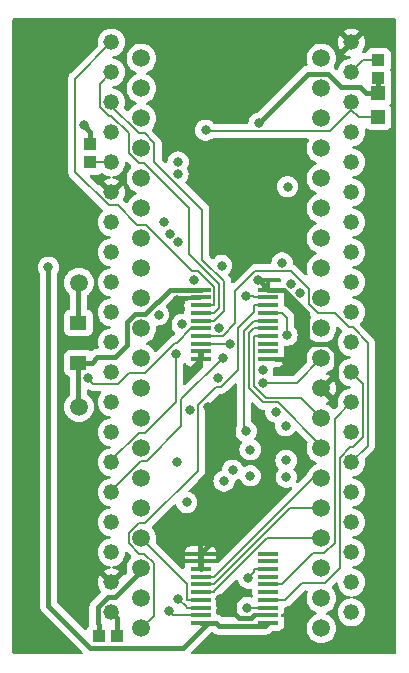
<source format=gbl>
G04 #@! TF.GenerationSoftware,KiCad,Pcbnew,8.0.4*
G04 #@! TF.CreationDate,2024-09-05T13:45:58-03:00*
G04 #@! TF.ProjectId,MSX_Goauld_Rev4,4d53585f-476f-4617-956c-645f52657634,rev?*
G04 #@! TF.SameCoordinates,Original*
G04 #@! TF.FileFunction,Copper,L4,Bot*
G04 #@! TF.FilePolarity,Positive*
%FSLAX46Y46*%
G04 Gerber Fmt 4.6, Leading zero omitted, Abs format (unit mm)*
G04 Created by KiCad (PCBNEW 8.0.4) date 2024-09-05 13:45:58*
%MOMM*%
%LPD*%
G01*
G04 APERTURE LIST*
G04 #@! TA.AperFunction,ComponentPad*
%ADD10C,1.320800*%
G04 #@! TD*
G04 #@! TA.AperFunction,ComponentPad*
%ADD11C,1.500000*%
G04 #@! TD*
G04 #@! TA.AperFunction,SMDPad,CuDef*
%ADD12R,1.400000X1.200000*%
G04 #@! TD*
G04 #@! TA.AperFunction,SMDPad,CuDef*
%ADD13R,1.100000X1.100000*%
G04 #@! TD*
G04 #@! TA.AperFunction,SMDPad,CuDef*
%ADD14O,1.740000X0.360000*%
G04 #@! TD*
G04 #@! TA.AperFunction,SMDPad,CuDef*
%ADD15R,1.192000X1.167000*%
G04 #@! TD*
G04 #@! TA.AperFunction,ViaPad*
%ADD16C,0.800000*%
G04 #@! TD*
G04 #@! TA.AperFunction,Conductor*
%ADD17C,0.450000*%
G04 #@! TD*
G04 #@! TA.AperFunction,Conductor*
%ADD18C,0.359800*%
G04 #@! TD*
G04 #@! TA.AperFunction,Conductor*
%ADD19C,0.200000*%
G04 #@! TD*
G04 APERTURE END LIST*
D10*
X178059000Y-124206000D03*
X178059000Y-121666000D03*
X178059000Y-119126000D03*
X178059000Y-116586000D03*
X178059000Y-114046000D03*
X178059000Y-111506000D03*
X178059000Y-108966000D03*
X178059000Y-106426000D03*
X178059000Y-103886000D03*
X178059000Y-101346000D03*
X178059000Y-98806000D03*
X178059000Y-96266000D03*
X178059000Y-93726000D03*
X178059000Y-91186000D03*
X178059000Y-88646000D03*
X178059000Y-86106000D03*
X178059000Y-83566000D03*
X178059000Y-81026000D03*
X178059000Y-78486000D03*
X178059000Y-75946000D03*
X157739000Y-75946000D03*
X157739000Y-78486000D03*
X157739000Y-81026000D03*
X157739000Y-83566000D03*
X157739000Y-86106000D03*
X157739000Y-88646000D03*
X157739000Y-91186000D03*
X157739000Y-93726000D03*
X157739000Y-96266000D03*
X157739000Y-98806000D03*
X157739000Y-101346000D03*
X157739000Y-103886000D03*
X157739000Y-106426000D03*
X157739000Y-108966000D03*
X157739000Y-111506000D03*
X157739000Y-114046000D03*
X157739000Y-116586000D03*
X157739000Y-119126000D03*
X157739000Y-121666000D03*
X157739000Y-124206000D03*
D11*
X160274000Y-77302900D03*
X160274000Y-79842900D03*
X160274000Y-82382900D03*
X160274000Y-84922900D03*
X160274000Y-87462900D03*
X160274000Y-90002900D03*
X160274000Y-92542900D03*
X160274000Y-95082900D03*
X160274000Y-97622900D03*
X160274000Y-100162900D03*
X160274000Y-102702900D03*
X160274000Y-105242900D03*
X160274000Y-107782900D03*
X160274000Y-110322900D03*
X160274000Y-112862900D03*
X160274000Y-115402900D03*
X160274000Y-117942900D03*
X160274000Y-120482900D03*
X160274000Y-123022900D03*
X160274000Y-125562900D03*
X175514000Y-125562900D03*
X175514000Y-123022900D03*
X175514000Y-120482900D03*
X175514000Y-117942900D03*
X175514000Y-115402900D03*
X175514000Y-112862900D03*
X175514000Y-110322900D03*
X175514000Y-107782900D03*
X175514000Y-105242900D03*
X175514000Y-102702900D03*
X175514000Y-100162900D03*
X175514000Y-97622900D03*
X175514000Y-95082900D03*
X175514000Y-92542900D03*
X175514000Y-90002900D03*
X175514000Y-87462900D03*
X175514000Y-84922900D03*
X175514000Y-82382900D03*
X175514000Y-79842900D03*
X175514000Y-77302900D03*
X154990800Y-106821600D03*
X154990800Y-96306000D03*
D12*
X154940000Y-103086000D03*
X154940000Y-99686000D03*
D13*
X155956000Y-86106000D03*
X155956000Y-84582000D03*
D14*
X171018000Y-96892000D03*
X171018000Y-97542000D03*
X171018000Y-98192000D03*
X171018000Y-98842000D03*
X171018000Y-99502000D03*
X171018000Y-100152000D03*
X171018000Y-100802000D03*
X171018000Y-101452000D03*
X171018000Y-102102000D03*
X171018000Y-102752000D03*
X165278000Y-102752000D03*
X165278000Y-102102000D03*
X165278000Y-101452000D03*
X165278000Y-100802000D03*
X165278000Y-100152000D03*
X165278000Y-99502000D03*
X165278000Y-98842000D03*
X165278000Y-98192000D03*
X165278000Y-97542000D03*
X165278000Y-96892000D03*
X165278000Y-125104000D03*
X165278000Y-124454000D03*
X165278000Y-123804000D03*
X165278000Y-123154000D03*
X165278000Y-122494000D03*
X165278000Y-121844000D03*
X165278000Y-121194000D03*
X165278000Y-120544000D03*
X165278000Y-119894000D03*
X165278000Y-119244000D03*
X171018000Y-119244000D03*
X171018000Y-119894000D03*
X171018000Y-120544000D03*
X171018000Y-121194000D03*
X171018000Y-121844000D03*
X171018000Y-122494000D03*
X171018000Y-123154000D03*
X171018000Y-123804000D03*
X171018000Y-124454000D03*
X171018000Y-125104000D03*
D13*
X158242000Y-126238000D03*
X156718000Y-126238000D03*
X180340000Y-78994000D03*
X180340000Y-77470000D03*
D15*
X180340000Y-80264000D03*
X180340000Y-82296000D03*
D16*
X170233700Y-82781300D03*
X155386400Y-82964600D03*
X152400000Y-95001900D03*
X172529100Y-102950500D03*
X165920800Y-106807900D03*
X170140900Y-96083400D03*
X163317900Y-97756400D03*
X164301500Y-103738100D03*
X166916300Y-123080800D03*
X171635000Y-107231300D03*
X172521900Y-111346700D03*
X163379800Y-86086600D03*
X163733000Y-99819200D03*
X167073400Y-94856900D03*
X161723700Y-99014000D03*
X169150400Y-108876200D03*
X163374200Y-87088400D03*
X164106300Y-114895400D03*
X166840100Y-100115200D03*
X172499100Y-108408600D03*
X169107900Y-97424000D03*
X163390600Y-92849200D03*
X172535800Y-112754400D03*
X162182700Y-91150200D03*
X172189700Y-94622600D03*
X163393200Y-123057700D03*
X162677300Y-92141700D03*
X170529600Y-104785300D03*
X162631300Y-124130600D03*
X172974700Y-96378800D03*
X173741200Y-97138700D03*
X172604200Y-100752500D03*
X167781100Y-101452000D03*
X155756300Y-104405600D03*
X169237600Y-123804000D03*
X169339900Y-121321700D03*
X170538800Y-103727600D03*
X167997100Y-112176200D03*
X169498000Y-112652800D03*
X163248700Y-111477900D03*
X167269100Y-113085600D03*
X163217500Y-102304300D03*
X164358900Y-107078000D03*
X166731100Y-104406300D03*
X169484100Y-110428100D03*
X167185500Y-102643300D03*
X164741600Y-96057100D03*
X172656900Y-88171200D03*
X165706300Y-83388900D03*
D17*
X179828700Y-80264000D02*
X180122000Y-79970700D01*
X163815700Y-127214700D02*
X155949700Y-127214700D01*
X165926400Y-125104000D02*
X166574700Y-125104000D01*
X178809300Y-79756000D02*
X179317300Y-80264000D01*
X155949700Y-127214700D02*
X152400000Y-123665000D01*
X155956000Y-83534200D02*
X155386400Y-82964600D01*
X179828700Y-80264000D02*
X179317300Y-80264000D01*
X165278000Y-125104000D02*
X165926400Y-125104000D01*
X174391300Y-78623700D02*
X176075600Y-78623700D01*
X176075600Y-78623700D02*
X177207900Y-79756000D01*
X180340000Y-80264000D02*
X179828700Y-80264000D01*
X170233700Y-82781300D02*
X174391300Y-78623700D01*
X155956000Y-84582000D02*
X155956000Y-83534200D01*
X152400000Y-123665000D02*
X152400000Y-95001900D01*
X166574700Y-125104000D02*
X166831600Y-125360900D01*
X170761100Y-125360900D02*
X171018000Y-125104000D01*
X180340000Y-78994000D02*
X180340000Y-79970700D01*
X165926400Y-125104000D02*
X163815700Y-127214700D01*
X177207900Y-79756000D02*
X178809300Y-79756000D01*
X180122000Y-79970700D02*
X180340000Y-79970700D01*
X166831600Y-125360900D02*
X170761100Y-125360900D01*
D18*
X169825100Y-124409200D02*
X170973200Y-124409200D01*
D17*
X165278000Y-119244000D02*
X165278000Y-119894000D01*
X165278000Y-102102000D02*
X165278000Y-102752000D01*
X171018000Y-96892000D02*
X172314700Y-96892000D01*
X174273000Y-98850300D02*
X174273000Y-101500000D01*
X168534000Y-124698500D02*
X169535800Y-124698500D01*
X176048900Y-101500000D02*
X174273000Y-101500000D01*
D18*
X164085100Y-97586800D02*
X165233200Y-97586800D01*
X171018000Y-102752000D02*
X171643800Y-102752000D01*
X170973200Y-124409200D02*
X171018000Y-124454000D01*
D17*
X176726300Y-104030600D02*
X176726300Y-102177400D01*
X165278000Y-119894000D02*
X165278000Y-120544000D01*
X175514000Y-105242900D02*
X176726300Y-104030600D01*
X170209400Y-96083400D02*
X170140900Y-96083400D01*
X165920800Y-118601200D02*
X165920800Y-106807900D01*
X172314700Y-96892000D02*
X174273000Y-98850300D01*
X166916300Y-123080800D02*
X168534000Y-124698500D01*
X172330600Y-102752000D02*
X172529100Y-102950500D01*
X163317900Y-97756400D02*
X163487500Y-97586800D01*
X165278000Y-102752000D02*
X165278000Y-102761600D01*
X165278000Y-102761600D02*
X164301500Y-103738100D01*
X171643800Y-102752000D02*
X172330600Y-102752000D01*
X169535800Y-124698500D02*
X169825100Y-124409200D01*
X165278000Y-119244000D02*
X165920800Y-118601200D01*
X172822500Y-102950500D02*
X172529100Y-102950500D01*
X176726300Y-102177400D02*
X176048900Y-101500000D01*
D18*
X165233200Y-97586800D02*
X165278000Y-97542000D01*
D17*
X163487500Y-97586800D02*
X164085100Y-97586800D01*
X174273000Y-101500000D02*
X172822500Y-102950500D01*
X171018000Y-96892000D02*
X170209400Y-96083400D01*
X154940000Y-99686000D02*
X154940000Y-96306000D01*
X162676700Y-96892000D02*
X163981300Y-96892000D01*
X158076900Y-102616000D02*
X159097300Y-101595600D01*
X154929600Y-106811200D02*
X154940000Y-106821600D01*
X156602400Y-123791800D02*
X156602400Y-125145700D01*
X160274000Y-120482900D02*
X160274000Y-120674000D01*
X157458200Y-122936000D02*
X156602400Y-123791800D01*
X156718000Y-126238000D02*
X156718000Y-125261300D01*
X156602400Y-125145700D02*
X156718000Y-125261300D01*
X158012000Y-122936000D02*
X157458200Y-122936000D01*
X159097300Y-101595600D02*
X159097300Y-99653700D01*
X154940000Y-103086000D02*
X156066700Y-103086000D01*
X160274000Y-120674000D02*
X158012000Y-122936000D01*
X159769500Y-98981500D02*
X160587200Y-98981500D01*
X154940000Y-103086000D02*
X154929600Y-103096400D01*
X156536700Y-102616000D02*
X158076900Y-102616000D01*
X154929600Y-103096400D02*
X154929600Y-106811200D01*
X156066700Y-103086000D02*
X156536700Y-102616000D01*
X160587200Y-98981500D02*
X162676700Y-96892000D01*
X165278000Y-96892000D02*
X163981300Y-96892000D01*
X159097300Y-99653700D02*
X159769500Y-98981500D01*
D19*
X171018000Y-100152000D02*
X169846300Y-100152000D01*
X169403900Y-105239400D02*
X169403900Y-100594400D01*
X170605300Y-106440800D02*
X169403900Y-105239400D01*
X171855700Y-106440800D02*
X170605300Y-106440800D01*
X175514000Y-110322900D02*
X175514000Y-110099100D01*
X175514000Y-110099100D02*
X171855700Y-106440800D01*
X169403900Y-100594400D02*
X169846300Y-100152000D01*
X166449700Y-121194000D02*
X174780800Y-112862900D01*
X174780800Y-112862900D02*
X175514000Y-112862900D01*
X165278000Y-121194000D02*
X166449700Y-121194000D01*
X168961500Y-100386800D02*
X168961500Y-108687300D01*
X169846300Y-99502000D02*
X168961500Y-100386800D01*
X171018000Y-99502000D02*
X169846300Y-99502000D01*
X168961500Y-108687300D02*
X169150400Y-108876200D01*
X169827900Y-105082500D02*
X170784500Y-106039100D01*
X170784500Y-106039100D02*
X173770200Y-106039100D01*
X169846300Y-100802000D02*
X169827900Y-100820400D01*
X173770200Y-106039100D02*
X175514000Y-107782900D01*
X169827900Y-100820400D02*
X169827900Y-105082500D01*
X171018000Y-100802000D02*
X169846300Y-100802000D01*
X166449700Y-122426600D02*
X166449700Y-122494000D01*
X165278000Y-122494000D02*
X166449700Y-122494000D01*
X175514000Y-117942900D02*
X170933400Y-117942900D01*
X170933400Y-117942900D02*
X166449700Y-122426600D01*
X169728300Y-97424000D02*
X169846300Y-97542000D01*
X171018000Y-97542000D02*
X169846300Y-97542000D01*
X169107900Y-97424000D02*
X169728300Y-97424000D01*
X160274000Y-117942900D02*
X164106300Y-121775200D01*
X164106300Y-121775200D02*
X164106300Y-123154000D01*
X165278000Y-123154000D02*
X164106300Y-123154000D01*
X165278000Y-123804000D02*
X164106300Y-123804000D01*
X164106300Y-123804000D02*
X164106300Y-123770800D01*
X164106300Y-123770800D02*
X163393200Y-123057700D01*
X160590400Y-116672900D02*
X160042100Y-116672900D01*
X168485100Y-100154100D02*
X168485100Y-103649400D01*
X159186700Y-118347000D02*
X160092000Y-119252300D01*
X160092000Y-119252300D02*
X160530800Y-119252300D01*
X167025300Y-105109200D02*
X166619300Y-105109200D01*
X171018000Y-98192000D02*
X169846300Y-98192000D01*
X169846300Y-98192000D02*
X169846300Y-98792900D01*
X159186700Y-117528300D02*
X159186700Y-118347000D01*
X165060600Y-112202700D02*
X160590400Y-116672900D01*
X166619300Y-105109200D02*
X165060600Y-106667900D01*
X161329600Y-120051100D02*
X161329600Y-124507300D01*
X169846300Y-98792900D02*
X168485100Y-100154100D01*
X161329600Y-124507300D02*
X160274000Y-125562900D01*
X165060600Y-106667900D02*
X165060600Y-112202700D01*
X160530800Y-119252300D02*
X161329600Y-120051100D01*
X168485100Y-103649400D02*
X167025300Y-105109200D01*
X160042100Y-116672900D02*
X159186700Y-117528300D01*
X175514000Y-102702900D02*
X173431600Y-104785300D01*
X173431600Y-104785300D02*
X170529600Y-104785300D01*
X165278000Y-121844000D02*
X166449700Y-121844000D01*
X175514000Y-115402900D02*
X172890800Y-115402900D01*
X172890800Y-115402900D02*
X166449700Y-121844000D01*
X164106300Y-124454000D02*
X162954700Y-124454000D01*
X162954700Y-124454000D02*
X162631300Y-124130600D01*
X165278000Y-124454000D02*
X164106300Y-124454000D01*
X172604200Y-99256500D02*
X172189700Y-98842000D01*
X172604200Y-100752500D02*
X172604200Y-99256500D01*
X171018000Y-98842000D02*
X172189700Y-98842000D01*
X174462300Y-96825200D02*
X172978500Y-95341400D01*
X176681300Y-98892900D02*
X175242300Y-98892900D01*
X168218500Y-97009600D02*
X168218500Y-99749600D01*
X167151200Y-100816900D02*
X166464600Y-100816900D01*
X166464600Y-100816900D02*
X166449700Y-100802000D01*
X178153200Y-100076000D02*
X177864400Y-100076000D01*
X169886700Y-95341400D02*
X168218500Y-97009600D01*
X179444500Y-101367300D02*
X178153200Y-100076000D01*
X174462300Y-98112900D02*
X174462300Y-96825200D01*
X178059000Y-111506000D02*
X179444500Y-110120500D01*
X177864400Y-100076000D02*
X176681300Y-98892900D01*
X175242300Y-98892900D02*
X174462300Y-98112900D01*
X179444500Y-110120500D02*
X179444500Y-101367300D01*
X172978500Y-95341400D02*
X169886700Y-95341400D01*
X165278000Y-100802000D02*
X166449700Y-100802000D01*
X168218500Y-99749600D02*
X167151200Y-100816900D01*
X165278000Y-99502000D02*
X166449700Y-99502000D01*
X167268300Y-96177600D02*
X165437400Y-94346700D01*
X160056000Y-83652900D02*
X157739000Y-81335900D01*
X157739000Y-81335900D02*
X157739000Y-81026000D01*
X166449700Y-99502000D02*
X167268300Y-98683400D01*
X160564200Y-83652900D02*
X160056000Y-83652900D01*
X167268300Y-98683400D02*
X167268300Y-96177600D01*
X165437400Y-94346700D02*
X165437400Y-90145200D01*
X161379100Y-84467800D02*
X160564200Y-83652900D01*
X165437400Y-90145200D02*
X161379100Y-86086900D01*
X161379100Y-86086900D02*
X161379100Y-84467800D01*
X165278000Y-98842000D02*
X166449700Y-98842000D01*
X160046400Y-86192900D02*
X159208400Y-85354900D01*
X166449700Y-98842000D02*
X166852500Y-98439200D01*
X157500100Y-82154400D02*
X156760600Y-81414900D01*
X159208400Y-83624400D02*
X157738400Y-82154400D01*
X156760600Y-79464400D02*
X157739000Y-78486000D01*
X164291900Y-89954300D02*
X160530500Y-86192900D01*
X159208400Y-85354900D02*
X159208400Y-83624400D01*
X166852500Y-96427400D02*
X164291900Y-93866800D01*
X164291900Y-93866800D02*
X164291900Y-89954300D01*
X160530500Y-86192900D02*
X160046400Y-86192900D01*
X166852500Y-98439200D02*
X166852500Y-96427400D01*
X156760600Y-81414900D02*
X156760600Y-79464400D01*
X157738400Y-82154400D02*
X157500100Y-82154400D01*
X164548000Y-95329500D02*
X160633000Y-91414500D01*
X166449700Y-98192000D02*
X166449700Y-96692400D01*
X154663900Y-86933600D02*
X154663900Y-79021100D01*
X165086800Y-95329500D02*
X164548000Y-95329500D01*
X157492800Y-89762500D02*
X154663900Y-86933600D01*
X165278000Y-98192000D02*
X166449700Y-98192000D01*
X166449700Y-96692400D02*
X165086800Y-95329500D01*
X159937000Y-91414500D02*
X158285000Y-89762500D01*
X158285000Y-89762500D02*
X157492800Y-89762500D01*
X160633000Y-91414500D02*
X159937000Y-91414500D01*
X154663900Y-79021100D02*
X157739000Y-75946000D01*
X165278000Y-101452000D02*
X167781100Y-101452000D01*
X159223800Y-103972900D02*
X158334500Y-104862200D01*
X158334500Y-104862200D02*
X156212900Y-104862200D01*
X163250400Y-101376400D02*
X163145000Y-101376400D01*
X156212900Y-104862200D02*
X155756300Y-104405600D01*
X163145000Y-101376400D02*
X160548500Y-103972900D01*
X164474800Y-100152000D02*
X163250400Y-101376400D01*
X165278000Y-100152000D02*
X164474800Y-100152000D01*
X160548500Y-103972900D02*
X159223800Y-103972900D01*
X176627600Y-107857400D02*
X176627600Y-118351000D01*
X175765700Y-119212900D02*
X174820800Y-119212900D01*
X174820800Y-119212900D02*
X172189700Y-121844000D01*
X176627600Y-118351000D02*
X175765700Y-119212900D01*
X171018000Y-121844000D02*
X172189700Y-121844000D01*
X178059000Y-106426000D02*
X176627600Y-107857400D01*
X171018000Y-123804000D02*
X169237600Y-123804000D01*
X169846300Y-120544000D02*
X169846300Y-120815300D01*
X171018000Y-120544000D02*
X169846300Y-120544000D01*
X169846300Y-120815300D02*
X169339900Y-121321700D01*
X179032000Y-109382900D02*
X178178900Y-110236000D01*
X177964500Y-110236000D02*
X177063800Y-111136700D01*
X177063800Y-111136700D02*
X177063800Y-120478800D01*
X178178900Y-110236000D02*
X177964500Y-110236000D01*
X172471500Y-123154000D02*
X171018000Y-123154000D01*
X173872600Y-121752900D02*
X172471500Y-123154000D01*
X177063800Y-120478800D02*
X175789700Y-121752900D01*
X179032000Y-104859000D02*
X179032000Y-109382900D01*
X175789700Y-121752900D02*
X173872600Y-121752900D01*
X178059000Y-103886000D02*
X179032000Y-104859000D01*
X160065900Y-108984400D02*
X160598000Y-108984400D01*
X160598000Y-108984400D02*
X163217500Y-106364900D01*
X157739000Y-111506000D02*
X157739000Y-111311300D01*
X157739000Y-111311300D02*
X160065900Y-108984400D01*
X163217500Y-106364900D02*
X163217500Y-102304300D01*
X160734000Y-111375800D02*
X163657100Y-108452700D01*
X157739000Y-113898600D02*
X160261800Y-111375800D01*
X160261800Y-111375800D02*
X160734000Y-111375800D01*
X163657100Y-106171700D02*
X167185500Y-102643300D01*
X163657100Y-108452700D02*
X163657100Y-106171700D01*
X157739000Y-114046000D02*
X157739000Y-113898600D01*
X178694000Y-82296000D02*
X178059000Y-81661000D01*
X178059000Y-81661000D02*
X176237000Y-83483000D01*
X180340000Y-82296000D02*
X178694000Y-82296000D01*
X165800400Y-83483000D02*
X165706300Y-83388900D01*
X176237000Y-83483000D02*
X165800400Y-83483000D01*
X178059000Y-81661000D02*
X178059000Y-81026000D01*
X179075000Y-77470000D02*
X180340000Y-77470000D01*
X178059000Y-78486000D02*
X179075000Y-77470000D01*
X157739000Y-86106000D02*
X155956000Y-86106000D01*
D17*
X157739000Y-124206000D02*
X158242000Y-124709000D01*
X158242000Y-124709000D02*
X158242000Y-126238000D01*
G04 #@! TA.AperFunction,Conductor*
G36*
X181807039Y-73933685D02*
G01*
X181852794Y-73986489D01*
X181864000Y-74038000D01*
X181864000Y-127638000D01*
X181844315Y-127705039D01*
X181791511Y-127750794D01*
X181740000Y-127762000D01*
X164593774Y-127762000D01*
X164526735Y-127742315D01*
X164480980Y-127689511D01*
X164471036Y-127620353D01*
X164500061Y-127556797D01*
X164506093Y-127550319D01*
X165313939Y-126742473D01*
X166162870Y-125893541D01*
X166224191Y-125860058D01*
X166293883Y-125865042D01*
X166338230Y-125893543D01*
X166369116Y-125924429D01*
X166369120Y-125924432D01*
X166487939Y-126003825D01*
X166487952Y-126003832D01*
X166526616Y-126019847D01*
X166619975Y-126058517D01*
X166619980Y-126058519D01*
X166619984Y-126058519D01*
X166619985Y-126058520D01*
X166760142Y-126086400D01*
X166760145Y-126086400D01*
X170832557Y-126086400D01*
X170926851Y-126067642D01*
X170972720Y-126058519D01*
X171104753Y-126003829D01*
X171171966Y-125958919D01*
X171223580Y-125924432D01*
X171327194Y-125820817D01*
X171388515Y-125787334D01*
X171414874Y-125784500D01*
X171775024Y-125784500D01*
X171775025Y-125784499D01*
X171818847Y-125775783D01*
X171906487Y-125758351D01*
X171906490Y-125758349D01*
X171906495Y-125758349D01*
X171975342Y-125729832D01*
X172030332Y-125707055D01*
X172030335Y-125707053D01*
X172030338Y-125707052D01*
X172141794Y-125632579D01*
X172236579Y-125537794D01*
X172311052Y-125426338D01*
X172311053Y-125426335D01*
X172311055Y-125426332D01*
X172344778Y-125344916D01*
X172362349Y-125302495D01*
X172365694Y-125285681D01*
X172388499Y-125171027D01*
X172388500Y-125171024D01*
X172388500Y-125036976D01*
X172388499Y-125036972D01*
X172362351Y-124905512D01*
X172362349Y-124905507D01*
X172362349Y-124905505D01*
X172329332Y-124825795D01*
X172321864Y-124756330D01*
X172329333Y-124730892D01*
X172361869Y-124652343D01*
X172361870Y-124652342D01*
X172365518Y-124634000D01*
X172251736Y-124634000D01*
X172184697Y-124614315D01*
X172164055Y-124597681D01*
X172141797Y-124575423D01*
X172141789Y-124575417D01*
X172114379Y-124557102D01*
X172069573Y-124503490D01*
X172060866Y-124434165D01*
X172091020Y-124371138D01*
X172114379Y-124350898D01*
X172136354Y-124336214D01*
X172141794Y-124332579D01*
X172147680Y-124326693D01*
X172164055Y-124310319D01*
X172225378Y-124276834D01*
X172251736Y-124274000D01*
X172365518Y-124274000D01*
X172365518Y-124273999D01*
X172361870Y-124255657D01*
X172361868Y-124255652D01*
X172329333Y-124177106D01*
X172321864Y-124107637D01*
X172329329Y-124082211D01*
X172362349Y-124002495D01*
X172364483Y-123991771D01*
X172388501Y-123871020D01*
X172388962Y-123866342D01*
X172415125Y-123801556D01*
X172472161Y-123761199D01*
X172512364Y-123754501D01*
X172550554Y-123754501D01*
X172550557Y-123754501D01*
X172703285Y-123713577D01*
X172756975Y-123682579D01*
X172756976Y-123682579D01*
X172840209Y-123634524D01*
X172840208Y-123634524D01*
X172840216Y-123634520D01*
X172952020Y-123522716D01*
X172952020Y-123522714D01*
X172962224Y-123512511D01*
X172962227Y-123512506D01*
X174085017Y-122389719D01*
X174146340Y-122356234D01*
X174172698Y-122353400D01*
X174251777Y-122353400D01*
X174318816Y-122373085D01*
X174364571Y-122425889D01*
X174374515Y-122495047D01*
X174364159Y-122529804D01*
X174334427Y-122593563D01*
X174334422Y-122593577D01*
X174277793Y-122804920D01*
X174277793Y-122804924D01*
X174258723Y-123022897D01*
X174258723Y-123022902D01*
X174261784Y-123057889D01*
X174276056Y-123221027D01*
X174277793Y-123240875D01*
X174277793Y-123240879D01*
X174334422Y-123452222D01*
X174334424Y-123452226D01*
X174334425Y-123452230D01*
X174367292Y-123522713D01*
X174426897Y-123650538D01*
X174426898Y-123650539D01*
X174552402Y-123829777D01*
X174707123Y-123984498D01*
X174846656Y-124082200D01*
X174886361Y-124110002D01*
X175037583Y-124180518D01*
X175090022Y-124226690D01*
X175109174Y-124293884D01*
X175088958Y-124360765D01*
X175037583Y-124405282D01*
X174886361Y-124475798D01*
X174886357Y-124475800D01*
X174707121Y-124601302D01*
X174552402Y-124756021D01*
X174426900Y-124935257D01*
X174426898Y-124935261D01*
X174334426Y-125133568D01*
X174334422Y-125133577D01*
X174277793Y-125344920D01*
X174277793Y-125344924D01*
X174258723Y-125562897D01*
X174258723Y-125562902D01*
X174277793Y-125780875D01*
X174277793Y-125780879D01*
X174334422Y-125992222D01*
X174334424Y-125992226D01*
X174334425Y-125992230D01*
X174347303Y-126019847D01*
X174426897Y-126190538D01*
X174426898Y-126190539D01*
X174552402Y-126369777D01*
X174707123Y-126524498D01*
X174886361Y-126650002D01*
X175084670Y-126742475D01*
X175296023Y-126799107D01*
X175478926Y-126815108D01*
X175513998Y-126818177D01*
X175514000Y-126818177D01*
X175514002Y-126818177D01*
X175542254Y-126815705D01*
X175731977Y-126799107D01*
X175943330Y-126742475D01*
X176141639Y-126650002D01*
X176320877Y-126524498D01*
X176475598Y-126369777D01*
X176601102Y-126190539D01*
X176693575Y-125992230D01*
X176750207Y-125780877D01*
X176769277Y-125562900D01*
X176767080Y-125537793D01*
X176759021Y-125445671D01*
X176750207Y-125344923D01*
X176702356Y-125166342D01*
X176693577Y-125133577D01*
X176693576Y-125133576D01*
X176693575Y-125133570D01*
X176601102Y-124935262D01*
X176601100Y-124935259D01*
X176601099Y-124935257D01*
X176475599Y-124756024D01*
X176450467Y-124730892D01*
X176320877Y-124601302D01*
X176141639Y-124475798D01*
X175990414Y-124405281D01*
X175937977Y-124359110D01*
X175918825Y-124291916D01*
X175939041Y-124225035D01*
X175990414Y-124180518D01*
X176141639Y-124110002D01*
X176320877Y-123984498D01*
X176475598Y-123829777D01*
X176601102Y-123650539D01*
X176693575Y-123452230D01*
X176750207Y-123240877D01*
X176768390Y-123033040D01*
X176769277Y-123022902D01*
X176769277Y-123022897D01*
X176762056Y-122940362D01*
X176750207Y-122804923D01*
X176693575Y-122593570D01*
X176601102Y-122395262D01*
X176601100Y-122395259D01*
X176601099Y-122395257D01*
X176475597Y-122216021D01*
X176413386Y-122153810D01*
X176379901Y-122092487D01*
X176384885Y-122022795D01*
X176413384Y-121978450D01*
X176692162Y-121699672D01*
X176753482Y-121666189D01*
X176823173Y-121671173D01*
X176879107Y-121713044D01*
X176903311Y-121775913D01*
X176912977Y-121880228D01*
X176971855Y-122087159D01*
X176971860Y-122087172D01*
X177067751Y-122279746D01*
X177067753Y-122279749D01*
X177067755Y-122279753D01*
X177197409Y-122451444D01*
X177197412Y-122451446D01*
X177197414Y-122451449D01*
X177356402Y-122596385D01*
X177356404Y-122596386D01*
X177356405Y-122596387D01*
X177539326Y-122709647D01*
X177739944Y-122787367D01*
X177883015Y-122814111D01*
X177945295Y-122845779D01*
X177980568Y-122906092D01*
X177977634Y-122975900D01*
X177937425Y-123033040D01*
X177883015Y-123057888D01*
X177739944Y-123084633D01*
X177660848Y-123115275D01*
X177539328Y-123162352D01*
X177539327Y-123162352D01*
X177356402Y-123275614D01*
X177197414Y-123420550D01*
X177197407Y-123420558D01*
X177067760Y-123592239D01*
X177067751Y-123592253D01*
X176971860Y-123784827D01*
X176971855Y-123784840D01*
X176912977Y-123991771D01*
X176893127Y-124205999D01*
X176893127Y-124206000D01*
X176912977Y-124420228D01*
X176971855Y-124627159D01*
X176971860Y-124627172D01*
X177067751Y-124819746D01*
X177067753Y-124819749D01*
X177067755Y-124819753D01*
X177067758Y-124819757D01*
X177067760Y-124819760D01*
X177110243Y-124876017D01*
X177197409Y-124991444D01*
X177197412Y-124991446D01*
X177197414Y-124991449D01*
X177356402Y-125136385D01*
X177356404Y-125136386D01*
X177356405Y-125136387D01*
X177539326Y-125249647D01*
X177739944Y-125327367D01*
X177951427Y-125366900D01*
X177951429Y-125366900D01*
X178166571Y-125366900D01*
X178166573Y-125366900D01*
X178378056Y-125327367D01*
X178578674Y-125249647D01*
X178761595Y-125136387D01*
X178920591Y-124991444D01*
X179050245Y-124819753D01*
X179146144Y-124627162D01*
X179205022Y-124420229D01*
X179224873Y-124206000D01*
X179215977Y-124110001D01*
X179205022Y-123991771D01*
X179172258Y-123876620D01*
X179146144Y-123784838D01*
X179134373Y-123761199D01*
X179050248Y-123592253D01*
X179050247Y-123592252D01*
X179050245Y-123592247D01*
X178920591Y-123420556D01*
X178920587Y-123420552D01*
X178920585Y-123420550D01*
X178761597Y-123275614D01*
X178705491Y-123240875D01*
X178578674Y-123162353D01*
X178378056Y-123084633D01*
X178234983Y-123057888D01*
X178172704Y-123026221D01*
X178137431Y-122965908D01*
X178140365Y-122896100D01*
X178180574Y-122838960D01*
X178234982Y-122814111D01*
X178378056Y-122787367D01*
X178578674Y-122709647D01*
X178761595Y-122596387D01*
X178920591Y-122451444D01*
X179050245Y-122279753D01*
X179146144Y-122087162D01*
X179205022Y-121880229D01*
X179224873Y-121666000D01*
X179210337Y-121509135D01*
X179205022Y-121451771D01*
X179168013Y-121321700D01*
X179146144Y-121244838D01*
X179111598Y-121175461D01*
X179050248Y-121052253D01*
X179050247Y-121052252D01*
X179050245Y-121052247D01*
X178920591Y-120880556D01*
X178920587Y-120880552D01*
X178920585Y-120880550D01*
X178761597Y-120735614D01*
X178672678Y-120680558D01*
X178578674Y-120622353D01*
X178378056Y-120544633D01*
X178234983Y-120517888D01*
X178172704Y-120486221D01*
X178137431Y-120425908D01*
X178140365Y-120356100D01*
X178180574Y-120298960D01*
X178234982Y-120274111D01*
X178378056Y-120247367D01*
X178578674Y-120169647D01*
X178761595Y-120056387D01*
X178920591Y-119911444D01*
X179050245Y-119739753D01*
X179146144Y-119547162D01*
X179205022Y-119340229D01*
X179224873Y-119126000D01*
X179205022Y-118911771D01*
X179146144Y-118704838D01*
X179141814Y-118696143D01*
X179050248Y-118512253D01*
X179050247Y-118512252D01*
X179050245Y-118512247D01*
X178920591Y-118340556D01*
X178920587Y-118340552D01*
X178920585Y-118340550D01*
X178761597Y-118195614D01*
X178654922Y-118129564D01*
X178578674Y-118082353D01*
X178378056Y-118004633D01*
X178234983Y-117977888D01*
X178172704Y-117946221D01*
X178137431Y-117885908D01*
X178140365Y-117816100D01*
X178180574Y-117758960D01*
X178234982Y-117734111D01*
X178378056Y-117707367D01*
X178578674Y-117629647D01*
X178761595Y-117516387D01*
X178920591Y-117371444D01*
X179050245Y-117199753D01*
X179146144Y-117007162D01*
X179205022Y-116800229D01*
X179224873Y-116586000D01*
X179205022Y-116371771D01*
X179146144Y-116164838D01*
X179079270Y-116030538D01*
X179050248Y-115972253D01*
X179050247Y-115972252D01*
X179050245Y-115972247D01*
X178920591Y-115800556D01*
X178920587Y-115800552D01*
X178920585Y-115800550D01*
X178761597Y-115655614D01*
X178705491Y-115620875D01*
X178578674Y-115542353D01*
X178378056Y-115464633D01*
X178234983Y-115437888D01*
X178172704Y-115406221D01*
X178137431Y-115345908D01*
X178140365Y-115276100D01*
X178180574Y-115218960D01*
X178234982Y-115194111D01*
X178378056Y-115167367D01*
X178578674Y-115089647D01*
X178761595Y-114976387D01*
X178920591Y-114831444D01*
X179050245Y-114659753D01*
X179146144Y-114467162D01*
X179205022Y-114260229D01*
X179224873Y-114046000D01*
X179215977Y-113950001D01*
X179205022Y-113831771D01*
X179174027Y-113722837D01*
X179146144Y-113624838D01*
X179142647Y-113617816D01*
X179050248Y-113432253D01*
X179050247Y-113432252D01*
X179050245Y-113432247D01*
X178920591Y-113260556D01*
X178920587Y-113260552D01*
X178920585Y-113260550D01*
X178761597Y-113115614D01*
X178705491Y-113080875D01*
X178578674Y-113002353D01*
X178378056Y-112924633D01*
X178234983Y-112897888D01*
X178172704Y-112866221D01*
X178137431Y-112805908D01*
X178140365Y-112736100D01*
X178180574Y-112678960D01*
X178234982Y-112654111D01*
X178378056Y-112627367D01*
X178578674Y-112549647D01*
X178761595Y-112436387D01*
X178920591Y-112291444D01*
X179050245Y-112119753D01*
X179146144Y-111927162D01*
X179205022Y-111720229D01*
X179224873Y-111506000D01*
X179205022Y-111291771D01*
X179205020Y-111291764D01*
X179204030Y-111286464D01*
X179211059Y-111216949D01*
X179238235Y-111175998D01*
X179803006Y-110611228D01*
X179803011Y-110611224D01*
X179813214Y-110601020D01*
X179813216Y-110601020D01*
X179925020Y-110489216D01*
X179975399Y-110401957D01*
X180004077Y-110352285D01*
X180045001Y-110199557D01*
X180045001Y-110041443D01*
X180045001Y-110033848D01*
X180045000Y-110033830D01*
X180045000Y-101456359D01*
X180045001Y-101456346D01*
X180045001Y-101288245D01*
X180045001Y-101288243D01*
X180004077Y-101135515D01*
X179955966Y-101052185D01*
X179925020Y-100998584D01*
X179813216Y-100886780D01*
X179813215Y-100886779D01*
X179808885Y-100882449D01*
X179808874Y-100882439D01*
X178801754Y-99875319D01*
X178768269Y-99813996D01*
X178773253Y-99744304D01*
X178805897Y-99696001D01*
X178877261Y-99630944D01*
X178920591Y-99591444D01*
X179050245Y-99419753D01*
X179146144Y-99227162D01*
X179205022Y-99020229D01*
X179224873Y-98806000D01*
X179217687Y-98728455D01*
X179205022Y-98591771D01*
X179197249Y-98564452D01*
X179146144Y-98384838D01*
X179141954Y-98376424D01*
X179050248Y-98192253D01*
X179050245Y-98192248D01*
X179050245Y-98192247D01*
X178920591Y-98020556D01*
X178920587Y-98020552D01*
X178920585Y-98020550D01*
X178761597Y-97875614D01*
X178671045Y-97819547D01*
X178578674Y-97762353D01*
X178378056Y-97684633D01*
X178234983Y-97657888D01*
X178172704Y-97626221D01*
X178137431Y-97565908D01*
X178140365Y-97496100D01*
X178180574Y-97438960D01*
X178234982Y-97414111D01*
X178378056Y-97387367D01*
X178578674Y-97309647D01*
X178761595Y-97196387D01*
X178920591Y-97051444D01*
X179050245Y-96879753D01*
X179146144Y-96687162D01*
X179205022Y-96480229D01*
X179224873Y-96266000D01*
X179222290Y-96238130D01*
X179205022Y-96051771D01*
X179184094Y-95978218D01*
X179146144Y-95844838D01*
X179079270Y-95710538D01*
X179050248Y-95652253D01*
X179050247Y-95652252D01*
X179050245Y-95652247D01*
X179044608Y-95644783D01*
X179009083Y-95597739D01*
X178920591Y-95480556D01*
X178920587Y-95480552D01*
X178920585Y-95480550D01*
X178761597Y-95335614D01*
X178705491Y-95300875D01*
X178578674Y-95222353D01*
X178378056Y-95144633D01*
X178234983Y-95117888D01*
X178172704Y-95086221D01*
X178137431Y-95025908D01*
X178140365Y-94956100D01*
X178180574Y-94898960D01*
X178234982Y-94874111D01*
X178378056Y-94847367D01*
X178578674Y-94769647D01*
X178761595Y-94656387D01*
X178920591Y-94511444D01*
X179050245Y-94339753D01*
X179146144Y-94147162D01*
X179205022Y-93940229D01*
X179224873Y-93726000D01*
X179215977Y-93630001D01*
X179205022Y-93511771D01*
X179158930Y-93349777D01*
X179146144Y-93304838D01*
X179079270Y-93170538D01*
X179050248Y-93112253D01*
X179050247Y-93112252D01*
X179050245Y-93112247D01*
X178920591Y-92940556D01*
X178920587Y-92940552D01*
X178920585Y-92940550D01*
X178761597Y-92795614D01*
X178705491Y-92760875D01*
X178578674Y-92682353D01*
X178378056Y-92604633D01*
X178234983Y-92577888D01*
X178172704Y-92546221D01*
X178137431Y-92485908D01*
X178140365Y-92416100D01*
X178180574Y-92358960D01*
X178234982Y-92334111D01*
X178378056Y-92307367D01*
X178578674Y-92229647D01*
X178761595Y-92116387D01*
X178920591Y-91971444D01*
X179050245Y-91799753D01*
X179146144Y-91607162D01*
X179205022Y-91400229D01*
X179224873Y-91186000D01*
X179215977Y-91090001D01*
X179205022Y-90971771D01*
X179158930Y-90809777D01*
X179146144Y-90764838D01*
X179079270Y-90630538D01*
X179050248Y-90572253D01*
X179050247Y-90572252D01*
X179050245Y-90572247D01*
X178920591Y-90400556D01*
X178920587Y-90400552D01*
X178920585Y-90400550D01*
X178761597Y-90255614D01*
X178721811Y-90230979D01*
X178578674Y-90142353D01*
X178378056Y-90064633D01*
X178234983Y-90037888D01*
X178172704Y-90006221D01*
X178137431Y-89945908D01*
X178140365Y-89876100D01*
X178180574Y-89818960D01*
X178234982Y-89794111D01*
X178378056Y-89767367D01*
X178578674Y-89689647D01*
X178761595Y-89576387D01*
X178920591Y-89431444D01*
X179050245Y-89259753D01*
X179146144Y-89067162D01*
X179205022Y-88860229D01*
X179224873Y-88646000D01*
X179215977Y-88550001D01*
X179205022Y-88431771D01*
X179173447Y-88320799D01*
X179146144Y-88224838D01*
X179119435Y-88171200D01*
X179050248Y-88032253D01*
X179050247Y-88032252D01*
X179050245Y-88032247D01*
X178920591Y-87860556D01*
X178920587Y-87860552D01*
X178920585Y-87860550D01*
X178761597Y-87715614D01*
X178684510Y-87667884D01*
X178578674Y-87602353D01*
X178378056Y-87524633D01*
X178234983Y-87497888D01*
X178172704Y-87466221D01*
X178137431Y-87405908D01*
X178140365Y-87336100D01*
X178180574Y-87278960D01*
X178234982Y-87254111D01*
X178378056Y-87227367D01*
X178578674Y-87149647D01*
X178761595Y-87036387D01*
X178920591Y-86891444D01*
X179050245Y-86719753D01*
X179146144Y-86527162D01*
X179205022Y-86320229D01*
X179224873Y-86106000D01*
X179222039Y-86075421D01*
X179205022Y-85891771D01*
X179182655Y-85813161D01*
X179146144Y-85684838D01*
X179079270Y-85550538D01*
X179050248Y-85492253D01*
X179050247Y-85492252D01*
X179050245Y-85492247D01*
X178920591Y-85320556D01*
X178920587Y-85320552D01*
X178920585Y-85320550D01*
X178761597Y-85175614D01*
X178676622Y-85123000D01*
X178578674Y-85062353D01*
X178378056Y-84984633D01*
X178234983Y-84957888D01*
X178172704Y-84926221D01*
X178137431Y-84865908D01*
X178140365Y-84796100D01*
X178180574Y-84738960D01*
X178234982Y-84714111D01*
X178378056Y-84687367D01*
X178578674Y-84609647D01*
X178761595Y-84496387D01*
X178920591Y-84351444D01*
X179050245Y-84179753D01*
X179146144Y-83987162D01*
X179205022Y-83780229D01*
X179224873Y-83566000D01*
X179205840Y-83360603D01*
X179219255Y-83292036D01*
X179267612Y-83241604D01*
X179335558Y-83225321D01*
X179401520Y-83248358D01*
X179403578Y-83249865D01*
X179501665Y-83323293D01*
X179501668Y-83323295D01*
X179501671Y-83323297D01*
X179636517Y-83373591D01*
X179636516Y-83373591D01*
X179643444Y-83374335D01*
X179696127Y-83380000D01*
X180983872Y-83379999D01*
X181043483Y-83373591D01*
X181178331Y-83323296D01*
X181293546Y-83237046D01*
X181379796Y-83121831D01*
X181430091Y-82986983D01*
X181436500Y-82927373D01*
X181436499Y-81664628D01*
X181430091Y-81605017D01*
X181419277Y-81576024D01*
X181379797Y-81470171D01*
X181379795Y-81470168D01*
X181375014Y-81463781D01*
X181293546Y-81354954D01*
X181293542Y-81354951D01*
X181293064Y-81354312D01*
X181268646Y-81288848D01*
X181283497Y-81220575D01*
X181293064Y-81205688D01*
X181293542Y-81205048D01*
X181293546Y-81205046D01*
X181379796Y-81089831D01*
X181430091Y-80954983D01*
X181436500Y-80895373D01*
X181436499Y-79632628D01*
X181430091Y-79573017D01*
X181430091Y-79573016D01*
X181398317Y-79487826D01*
X181390499Y-79444493D01*
X181390499Y-78396129D01*
X181390498Y-78396123D01*
X181384091Y-78336518D01*
X181361270Y-78275333D01*
X181356286Y-78205641D01*
X181361265Y-78188680D01*
X181384091Y-78127483D01*
X181390500Y-78067873D01*
X181390499Y-76872128D01*
X181384091Y-76812517D01*
X181378307Y-76797010D01*
X181333797Y-76677671D01*
X181333793Y-76677664D01*
X181247547Y-76562455D01*
X181247544Y-76562452D01*
X181132335Y-76476206D01*
X181132328Y-76476202D01*
X180997482Y-76425908D01*
X180997483Y-76425908D01*
X180937883Y-76419501D01*
X180937881Y-76419500D01*
X180937873Y-76419500D01*
X180937864Y-76419500D01*
X179742129Y-76419500D01*
X179742123Y-76419501D01*
X179682516Y-76425908D01*
X179547671Y-76476202D01*
X179547664Y-76476206D01*
X179432455Y-76562452D01*
X179432452Y-76562455D01*
X179346206Y-76677664D01*
X179346202Y-76677671D01*
X179304742Y-76788833D01*
X179262871Y-76844767D01*
X179197407Y-76869184D01*
X179188560Y-76869500D01*
X179161669Y-76869500D01*
X179161653Y-76869499D01*
X179154057Y-76869499D01*
X179064735Y-76869499D01*
X178997696Y-76849814D01*
X178951941Y-76797010D01*
X178941997Y-76727852D01*
X178965781Y-76670772D01*
X179049816Y-76559491D01*
X179049821Y-76559483D01*
X179145674Y-76366984D01*
X179204528Y-76160131D01*
X179224370Y-75946000D01*
X179204528Y-75731868D01*
X179145674Y-75525015D01*
X179049821Y-75332517D01*
X179049813Y-75332504D01*
X179039587Y-75318963D01*
X178465400Y-75893151D01*
X178465400Y-75892496D01*
X178437705Y-75789135D01*
X178384201Y-75696464D01*
X178308536Y-75620799D01*
X178215865Y-75567295D01*
X178112504Y-75539600D01*
X178111848Y-75539600D01*
X178683562Y-74967884D01*
X178578447Y-74902801D01*
X178377916Y-74825116D01*
X178166525Y-74785600D01*
X177951475Y-74785600D01*
X177740083Y-74825116D01*
X177740082Y-74825116D01*
X177539551Y-74902802D01*
X177539548Y-74902803D01*
X177434436Y-74967884D01*
X178006153Y-75539600D01*
X178005496Y-75539600D01*
X177902135Y-75567295D01*
X177809464Y-75620799D01*
X177733799Y-75696464D01*
X177680295Y-75789135D01*
X177652600Y-75892496D01*
X177652600Y-75893153D01*
X177078411Y-75318964D01*
X177068179Y-75332515D01*
X176972325Y-75525015D01*
X176913471Y-75731868D01*
X176893629Y-75946000D01*
X176913471Y-76160131D01*
X176972325Y-76366984D01*
X177068182Y-76559489D01*
X177078410Y-76573034D01*
X177078411Y-76573035D01*
X177652600Y-75998846D01*
X177652600Y-75999504D01*
X177680295Y-76102865D01*
X177733799Y-76195536D01*
X177809464Y-76271201D01*
X177902135Y-76324705D01*
X178005496Y-76352400D01*
X178006153Y-76352400D01*
X177434436Y-76924114D01*
X177539545Y-76989195D01*
X177539551Y-76989197D01*
X177740082Y-77066883D01*
X177884374Y-77093856D01*
X177946655Y-77125524D01*
X177981928Y-77185836D01*
X177978994Y-77255644D01*
X177938786Y-77312785D01*
X177884375Y-77337634D01*
X177812841Y-77351006D01*
X177739944Y-77364633D01*
X177613075Y-77413782D01*
X177539328Y-77442352D01*
X177539327Y-77442352D01*
X177356402Y-77555614D01*
X177197414Y-77700550D01*
X177197407Y-77700558D01*
X177067760Y-77872239D01*
X177067751Y-77872253D01*
X176971860Y-78064827D01*
X176971855Y-78064840D01*
X176934552Y-78195946D01*
X176897272Y-78255039D01*
X176833963Y-78284596D01*
X176764723Y-78275234D01*
X176727605Y-78249692D01*
X176595335Y-78117422D01*
X176561850Y-78056099D01*
X176566834Y-77986407D01*
X176581441Y-77958617D01*
X176601102Y-77930539D01*
X176693575Y-77732230D01*
X176750207Y-77520877D01*
X176768412Y-77312785D01*
X176769277Y-77302902D01*
X176769277Y-77302897D01*
X176764291Y-77245908D01*
X176750207Y-77084923D01*
X176693575Y-76873570D01*
X176601102Y-76675262D01*
X176601100Y-76675259D01*
X176601099Y-76675257D01*
X176475599Y-76496024D01*
X176399075Y-76419500D01*
X176320877Y-76341302D01*
X176182978Y-76244744D01*
X176141638Y-76215797D01*
X176022469Y-76160228D01*
X175943330Y-76123325D01*
X175943326Y-76123324D01*
X175943322Y-76123322D01*
X175731977Y-76066693D01*
X175514002Y-76047623D01*
X175513998Y-76047623D01*
X175368682Y-76060336D01*
X175296023Y-76066693D01*
X175296020Y-76066693D01*
X175084677Y-76123322D01*
X175084668Y-76123326D01*
X174886361Y-76215798D01*
X174886357Y-76215800D01*
X174707121Y-76341302D01*
X174552402Y-76496021D01*
X174426900Y-76675257D01*
X174426898Y-76675261D01*
X174334426Y-76873568D01*
X174334422Y-76873577D01*
X174277793Y-77084920D01*
X174277793Y-77084923D01*
X174275870Y-77106900D01*
X174258723Y-77302897D01*
X174258723Y-77302902D01*
X174277793Y-77520875D01*
X174277793Y-77520879D01*
X174334422Y-77732222D01*
X174334424Y-77732226D01*
X174334425Y-77732230D01*
X174337237Y-77738260D01*
X174347729Y-77807338D01*
X174319209Y-77871122D01*
X174260733Y-77909361D01*
X174249047Y-77912282D01*
X174179685Y-77926079D01*
X174179679Y-77926081D01*
X174047648Y-77980770D01*
X173928817Y-78060169D01*
X170125828Y-81863158D01*
X170064505Y-81896643D01*
X170063929Y-81896767D01*
X169953896Y-81920156D01*
X169953892Y-81920157D01*
X169780970Y-81997148D01*
X169780965Y-81997151D01*
X169627829Y-82108411D01*
X169501166Y-82249085D01*
X169406521Y-82413015D01*
X169406518Y-82413022D01*
X169369239Y-82527756D01*
X169348026Y-82593044D01*
X169332491Y-82740853D01*
X169329274Y-82771462D01*
X169302689Y-82836076D01*
X169245392Y-82876061D01*
X169205953Y-82882500D01*
X166517286Y-82882500D01*
X166450247Y-82862815D01*
X166425136Y-82841472D01*
X166366493Y-82776343D01*
X166312171Y-82716012D01*
X166312170Y-82716011D01*
X166159034Y-82604751D01*
X166159029Y-82604748D01*
X165986107Y-82527757D01*
X165986102Y-82527755D01*
X165840301Y-82496765D01*
X165800946Y-82488400D01*
X165611654Y-82488400D01*
X165579197Y-82495298D01*
X165426497Y-82527755D01*
X165426492Y-82527757D01*
X165253570Y-82604748D01*
X165253565Y-82604751D01*
X165100429Y-82716011D01*
X164973766Y-82856685D01*
X164879121Y-83020615D01*
X164879118Y-83020622D01*
X164820627Y-83200640D01*
X164820626Y-83200644D01*
X164800840Y-83388900D01*
X164820626Y-83577156D01*
X164820627Y-83577159D01*
X164879118Y-83757177D01*
X164879121Y-83757184D01*
X164973767Y-83921116D01*
X165078825Y-84037794D01*
X165100429Y-84061788D01*
X165253565Y-84173048D01*
X165253570Y-84173051D01*
X165426492Y-84250042D01*
X165426497Y-84250044D01*
X165611654Y-84289400D01*
X165611655Y-84289400D01*
X165800944Y-84289400D01*
X165800946Y-84289400D01*
X165986103Y-84250044D01*
X166159030Y-84173051D01*
X166237523Y-84116023D01*
X166249692Y-84107182D01*
X166315498Y-84083702D01*
X166322577Y-84083500D01*
X174336973Y-84083500D01*
X174404012Y-84103185D01*
X174449767Y-84155989D01*
X174459711Y-84225147D01*
X174438549Y-84278622D01*
X174426899Y-84295259D01*
X174426898Y-84295261D01*
X174400697Y-84351449D01*
X174335132Y-84492055D01*
X174334426Y-84493568D01*
X174334422Y-84493577D01*
X174277793Y-84704920D01*
X174277793Y-84704924D01*
X174258723Y-84922897D01*
X174258723Y-84922902D01*
X174259610Y-84933040D01*
X174272001Y-85074678D01*
X174277793Y-85140875D01*
X174277793Y-85140879D01*
X174334422Y-85352222D01*
X174334424Y-85352226D01*
X174334425Y-85352230D01*
X174363094Y-85413711D01*
X174426897Y-85550538D01*
X174426898Y-85550539D01*
X174552402Y-85729777D01*
X174707123Y-85884498D01*
X174886360Y-86010001D01*
X174886361Y-86010002D01*
X175037583Y-86080518D01*
X175090022Y-86126690D01*
X175109174Y-86193884D01*
X175088958Y-86260765D01*
X175037583Y-86305282D01*
X174886361Y-86375798D01*
X174886357Y-86375800D01*
X174707121Y-86501302D01*
X174552402Y-86656021D01*
X174426900Y-86835257D01*
X174426898Y-86835261D01*
X174334426Y-87033568D01*
X174334422Y-87033577D01*
X174277793Y-87244920D01*
X174277793Y-87244924D01*
X174258723Y-87462897D01*
X174258723Y-87462902D01*
X174277793Y-87680875D01*
X174277793Y-87680879D01*
X174334422Y-87892222D01*
X174334424Y-87892226D01*
X174334425Y-87892230D01*
X174357634Y-87942001D01*
X174426897Y-88090538D01*
X174426898Y-88090539D01*
X174552402Y-88269777D01*
X174707123Y-88424498D01*
X174871330Y-88539477D01*
X174886361Y-88550002D01*
X175037583Y-88620518D01*
X175090022Y-88666690D01*
X175109174Y-88733884D01*
X175088958Y-88800765D01*
X175037583Y-88845282D01*
X174886361Y-88915798D01*
X174886357Y-88915800D01*
X174707121Y-89041302D01*
X174552402Y-89196021D01*
X174426900Y-89375257D01*
X174426898Y-89375261D01*
X174334426Y-89573568D01*
X174334422Y-89573577D01*
X174277793Y-89784920D01*
X174277793Y-89784924D01*
X174258723Y-90002897D01*
X174258723Y-90002902D01*
X174277793Y-90220875D01*
X174277793Y-90220879D01*
X174334422Y-90432222D01*
X174334424Y-90432226D01*
X174334425Y-90432230D01*
X174355447Y-90477311D01*
X174426897Y-90630538D01*
X174426898Y-90630539D01*
X174552402Y-90809777D01*
X174707123Y-90964498D01*
X174886360Y-91090001D01*
X174886361Y-91090002D01*
X175037583Y-91160518D01*
X175090022Y-91206690D01*
X175109174Y-91273884D01*
X175088958Y-91340765D01*
X175037583Y-91385282D01*
X174886361Y-91455798D01*
X174886357Y-91455800D01*
X174707121Y-91581302D01*
X174552402Y-91736021D01*
X174426900Y-91915257D01*
X174426898Y-91915261D01*
X174334426Y-92113568D01*
X174334422Y-92113577D01*
X174277793Y-92324920D01*
X174277793Y-92324924D01*
X174258723Y-92542897D01*
X174258723Y-92542902D01*
X174277793Y-92760875D01*
X174277793Y-92760879D01*
X174334422Y-92972222D01*
X174334424Y-92972226D01*
X174334425Y-92972230D01*
X174370068Y-93048666D01*
X174426897Y-93170538D01*
X174426898Y-93170539D01*
X174552402Y-93349777D01*
X174707123Y-93504498D01*
X174886360Y-93630001D01*
X174886361Y-93630002D01*
X175037583Y-93700518D01*
X175090022Y-93746690D01*
X175109174Y-93813884D01*
X175088958Y-93880765D01*
X175037583Y-93925282D01*
X174886361Y-93995798D01*
X174886357Y-93995800D01*
X174707121Y-94121302D01*
X174552402Y-94276021D01*
X174426900Y-94455257D01*
X174426898Y-94455261D01*
X174334426Y-94653568D01*
X174334422Y-94653577D01*
X174277793Y-94864920D01*
X174277793Y-94864924D01*
X174258723Y-95082897D01*
X174258723Y-95082902D01*
X174277793Y-95300875D01*
X174277793Y-95300879D01*
X174334423Y-95512226D01*
X174335319Y-95514686D01*
X174335392Y-95515842D01*
X174335826Y-95517460D01*
X174335500Y-95517547D01*
X174339754Y-95584415D01*
X174305786Y-95645472D01*
X174244201Y-95678472D01*
X174174550Y-95672938D01*
X174131118Y-95644783D01*
X173466090Y-94979755D01*
X173466088Y-94979752D01*
X173347217Y-94860881D01*
X173347209Y-94860875D01*
X173226293Y-94791065D01*
X173226290Y-94791064D01*
X173210283Y-94781822D01*
X173210282Y-94781821D01*
X173184332Y-94774868D01*
X173124672Y-94738503D01*
X173094144Y-94675655D01*
X173093107Y-94642129D01*
X173095160Y-94622600D01*
X173075374Y-94434344D01*
X173016879Y-94254316D01*
X172922233Y-94090384D01*
X172795571Y-93949712D01*
X172782519Y-93940229D01*
X172642434Y-93838451D01*
X172642429Y-93838448D01*
X172469507Y-93761457D01*
X172469502Y-93761455D01*
X172302694Y-93726000D01*
X172284346Y-93722100D01*
X172095054Y-93722100D01*
X172076706Y-93726000D01*
X171909897Y-93761455D01*
X171909892Y-93761457D01*
X171736970Y-93838448D01*
X171736965Y-93838451D01*
X171583829Y-93949711D01*
X171457166Y-94090385D01*
X171362521Y-94254315D01*
X171362518Y-94254322D01*
X171304027Y-94434340D01*
X171304026Y-94434344D01*
X171284240Y-94622600D01*
X171283561Y-94629063D01*
X171280755Y-94628768D01*
X171264555Y-94683939D01*
X171211751Y-94729694D01*
X171160240Y-94740900D01*
X169807643Y-94740900D01*
X169654914Y-94781823D01*
X169638910Y-94791064D01*
X169638907Y-94791065D01*
X169517990Y-94860875D01*
X169517982Y-94860881D01*
X168080482Y-96298382D01*
X168019159Y-96331867D01*
X167949467Y-96326883D01*
X167893534Y-96285011D01*
X167869117Y-96219547D01*
X167868801Y-96210701D01*
X167868801Y-96098544D01*
X167865981Y-96088020D01*
X167827877Y-95945816D01*
X167825616Y-95941900D01*
X167748824Y-95808890D01*
X167748818Y-95808882D01*
X167660564Y-95720628D01*
X167627079Y-95659305D01*
X167632063Y-95589613D01*
X167673935Y-95533680D01*
X167675270Y-95532694D01*
X167679271Y-95529788D01*
X167805933Y-95389116D01*
X167900579Y-95225184D01*
X167959074Y-95045156D01*
X167978860Y-94856900D01*
X167959074Y-94668644D01*
X167900579Y-94488616D01*
X167805933Y-94324684D01*
X167679271Y-94184012D01*
X167679270Y-94184011D01*
X167526134Y-94072751D01*
X167526129Y-94072748D01*
X167353207Y-93995757D01*
X167353202Y-93995755D01*
X167207401Y-93964765D01*
X167168046Y-93956400D01*
X166978754Y-93956400D01*
X166946297Y-93963298D01*
X166793597Y-93995755D01*
X166793592Y-93995757D01*
X166620670Y-94072748D01*
X166620665Y-94072751D01*
X166467529Y-94184011D01*
X166467528Y-94184012D01*
X166392174Y-94267701D01*
X166332688Y-94304349D01*
X166262831Y-94303018D01*
X166212346Y-94272411D01*
X166074216Y-94134281D01*
X166040734Y-94072960D01*
X166037900Y-94046602D01*
X166037900Y-90234259D01*
X166037901Y-90234246D01*
X166037901Y-90066145D01*
X166037901Y-90066143D01*
X165996977Y-89913415D01*
X165955490Y-89841558D01*
X165922793Y-89784924D01*
X165917921Y-89776485D01*
X165801785Y-89660349D01*
X165801774Y-89660339D01*
X164312635Y-88171200D01*
X171751440Y-88171200D01*
X171771226Y-88359456D01*
X171771227Y-88359459D01*
X171829718Y-88539477D01*
X171829721Y-88539484D01*
X171924367Y-88703416D01*
X171981342Y-88766693D01*
X172051029Y-88844088D01*
X172204165Y-88955348D01*
X172204170Y-88955351D01*
X172377092Y-89032342D01*
X172377097Y-89032344D01*
X172562254Y-89071700D01*
X172562255Y-89071700D01*
X172751544Y-89071700D01*
X172751546Y-89071700D01*
X172936703Y-89032344D01*
X173109630Y-88955351D01*
X173262771Y-88844088D01*
X173389433Y-88703416D01*
X173484079Y-88539484D01*
X173542574Y-88359456D01*
X173562360Y-88171200D01*
X173542574Y-87982944D01*
X173484079Y-87802916D01*
X173389433Y-87638984D01*
X173262771Y-87498312D01*
X173262770Y-87498311D01*
X173109634Y-87387051D01*
X173109629Y-87387048D01*
X172936707Y-87310057D01*
X172936702Y-87310055D01*
X172779567Y-87276656D01*
X172751546Y-87270700D01*
X172562254Y-87270700D01*
X172534233Y-87276656D01*
X172377097Y-87310055D01*
X172377092Y-87310057D01*
X172204170Y-87387048D01*
X172204165Y-87387051D01*
X172051029Y-87498311D01*
X171924366Y-87638985D01*
X171829721Y-87802915D01*
X171829718Y-87802922D01*
X171784529Y-87942001D01*
X171771226Y-87982944D01*
X171751440Y-88171200D01*
X164312635Y-88171200D01*
X164026630Y-87885195D01*
X163993145Y-87823872D01*
X163998129Y-87754180D01*
X164022158Y-87714545D01*
X164106733Y-87620616D01*
X164201379Y-87456684D01*
X164259874Y-87276656D01*
X164279660Y-87088400D01*
X164259874Y-86900144D01*
X164201379Y-86720116D01*
X164163407Y-86654347D01*
X164146935Y-86586449D01*
X164163406Y-86530353D01*
X164206979Y-86454884D01*
X164265474Y-86274856D01*
X164285260Y-86086600D01*
X164265474Y-85898344D01*
X164206979Y-85718316D01*
X164112333Y-85554384D01*
X163985671Y-85413712D01*
X163985670Y-85413711D01*
X163832534Y-85302451D01*
X163832529Y-85302448D01*
X163659607Y-85225457D01*
X163659602Y-85225455D01*
X163513801Y-85194465D01*
X163474446Y-85186100D01*
X163285154Y-85186100D01*
X163252697Y-85192998D01*
X163099997Y-85225455D01*
X163099992Y-85225457D01*
X162927070Y-85302448D01*
X162927065Y-85302451D01*
X162773929Y-85413711D01*
X162647266Y-85554385D01*
X162552621Y-85718315D01*
X162552618Y-85718322D01*
X162494127Y-85898340D01*
X162494126Y-85898344D01*
X162482391Y-86010001D01*
X162478089Y-86050933D01*
X162451504Y-86115547D01*
X162394207Y-86155532D01*
X162324388Y-86158192D01*
X162267087Y-86125652D01*
X162015919Y-85874484D01*
X161982434Y-85813161D01*
X161979600Y-85786803D01*
X161979600Y-84556860D01*
X161979601Y-84556847D01*
X161979601Y-84388744D01*
X161969608Y-84351449D01*
X161938677Y-84236016D01*
X161906190Y-84179746D01*
X161859624Y-84099090D01*
X161859618Y-84099082D01*
X161180636Y-83420100D01*
X161147151Y-83358777D01*
X161152135Y-83289085D01*
X161180635Y-83244738D01*
X161235598Y-83189777D01*
X161361102Y-83010539D01*
X161453575Y-82812230D01*
X161510207Y-82600877D01*
X161529277Y-82382900D01*
X161510207Y-82164923D01*
X161463768Y-81991611D01*
X161453577Y-81953577D01*
X161453576Y-81953576D01*
X161453575Y-81953570D01*
X161361102Y-81755262D01*
X161361100Y-81755259D01*
X161361099Y-81755257D01*
X161235599Y-81576024D01*
X161191284Y-81531709D01*
X161080877Y-81421302D01*
X160901639Y-81295798D01*
X160750414Y-81225281D01*
X160697977Y-81179110D01*
X160678825Y-81111916D01*
X160699041Y-81045035D01*
X160750414Y-81000518D01*
X160901639Y-80930002D01*
X161080877Y-80804498D01*
X161235598Y-80649777D01*
X161361102Y-80470539D01*
X161453575Y-80272230D01*
X161510207Y-80060877D01*
X161527335Y-79865100D01*
X161529277Y-79842902D01*
X161529277Y-79842897D01*
X161523466Y-79776477D01*
X161510207Y-79624923D01*
X161453575Y-79413570D01*
X161361102Y-79215262D01*
X161361100Y-79215259D01*
X161361099Y-79215257D01*
X161235599Y-79036024D01*
X161183453Y-78983878D01*
X161080877Y-78881302D01*
X160901639Y-78755798D01*
X160750414Y-78685281D01*
X160697977Y-78639110D01*
X160678825Y-78571916D01*
X160699041Y-78505035D01*
X160750414Y-78460518D01*
X160901639Y-78390002D01*
X161080877Y-78264498D01*
X161235598Y-78109777D01*
X161361102Y-77930539D01*
X161453575Y-77732230D01*
X161510207Y-77520877D01*
X161528412Y-77312785D01*
X161529277Y-77302902D01*
X161529277Y-77302897D01*
X161524291Y-77245908D01*
X161510207Y-77084923D01*
X161453575Y-76873570D01*
X161361102Y-76675262D01*
X161361100Y-76675259D01*
X161361099Y-76675257D01*
X161235599Y-76496024D01*
X161159075Y-76419500D01*
X161080877Y-76341302D01*
X160942978Y-76244744D01*
X160901638Y-76215797D01*
X160782469Y-76160228D01*
X160703330Y-76123325D01*
X160703326Y-76123324D01*
X160703322Y-76123322D01*
X160491977Y-76066693D01*
X160274002Y-76047623D01*
X160273998Y-76047623D01*
X160128682Y-76060336D01*
X160056023Y-76066693D01*
X160056020Y-76066693D01*
X159844677Y-76123322D01*
X159844668Y-76123326D01*
X159646361Y-76215798D01*
X159646357Y-76215800D01*
X159467121Y-76341302D01*
X159312402Y-76496021D01*
X159186900Y-76675257D01*
X159186898Y-76675261D01*
X159094426Y-76873568D01*
X159094422Y-76873577D01*
X159037793Y-77084920D01*
X159037793Y-77084923D01*
X159035870Y-77106900D01*
X159018723Y-77302897D01*
X159018723Y-77302902D01*
X159037793Y-77520875D01*
X159037793Y-77520879D01*
X159094422Y-77732222D01*
X159094424Y-77732226D01*
X159094425Y-77732230D01*
X159140661Y-77831384D01*
X159186897Y-77930538D01*
X159186898Y-77930539D01*
X159312402Y-78109777D01*
X159467123Y-78264498D01*
X159646360Y-78390001D01*
X159646361Y-78390002D01*
X159797583Y-78460518D01*
X159850022Y-78506690D01*
X159869174Y-78573884D01*
X159848958Y-78640765D01*
X159797583Y-78685282D01*
X159646361Y-78755798D01*
X159646357Y-78755800D01*
X159467121Y-78881302D01*
X159312402Y-79036021D01*
X159186900Y-79215257D01*
X159186898Y-79215261D01*
X159094426Y-79413568D01*
X159094422Y-79413577D01*
X159037793Y-79624920D01*
X159037793Y-79624924D01*
X159018723Y-79842897D01*
X159018723Y-79842902D01*
X159037793Y-80060875D01*
X159037793Y-80060879D01*
X159094422Y-80272222D01*
X159094424Y-80272226D01*
X159094425Y-80272230D01*
X159123907Y-80335455D01*
X159186897Y-80470538D01*
X159211998Y-80506386D01*
X159312402Y-80649777D01*
X159467123Y-80804498D01*
X159646360Y-80930001D01*
X159646361Y-80930002D01*
X159797583Y-81000518D01*
X159850022Y-81046690D01*
X159869174Y-81113884D01*
X159848958Y-81180765D01*
X159797583Y-81225282D01*
X159646361Y-81295798D01*
X159646357Y-81295800D01*
X159467121Y-81421302D01*
X159312405Y-81576018D01*
X159197816Y-81739668D01*
X159143239Y-81783293D01*
X159073740Y-81790485D01*
X159011386Y-81758963D01*
X159008560Y-81756225D01*
X158847131Y-81594796D01*
X158813646Y-81533473D01*
X158818630Y-81463781D01*
X158823807Y-81451854D01*
X158826144Y-81447162D01*
X158885022Y-81240229D01*
X158904873Y-81026000D01*
X158901033Y-80984564D01*
X158885022Y-80811771D01*
X158838930Y-80649777D01*
X158826144Y-80604838D01*
X158789058Y-80530360D01*
X158730248Y-80412253D01*
X158730247Y-80412252D01*
X158730245Y-80412247D01*
X158600591Y-80240556D01*
X158600587Y-80240552D01*
X158600585Y-80240550D01*
X158441597Y-80095614D01*
X158371261Y-80052064D01*
X158258674Y-79982353D01*
X158058056Y-79904633D01*
X157914983Y-79877888D01*
X157852704Y-79846221D01*
X157817431Y-79785908D01*
X157820365Y-79716100D01*
X157860574Y-79658960D01*
X157914982Y-79634111D01*
X158058056Y-79607367D01*
X158258674Y-79529647D01*
X158441595Y-79416387D01*
X158600591Y-79271444D01*
X158730245Y-79099753D01*
X158826144Y-78907162D01*
X158885022Y-78700229D01*
X158904873Y-78486000D01*
X158895977Y-78390001D01*
X158885022Y-78271771D01*
X158853447Y-78160798D01*
X158826144Y-78064838D01*
X158823819Y-78060169D01*
X158730248Y-77872253D01*
X158730247Y-77872252D01*
X158730245Y-77872247D01*
X158600591Y-77700556D01*
X158600587Y-77700552D01*
X158600585Y-77700550D01*
X158441597Y-77555614D01*
X158385491Y-77520875D01*
X158258674Y-77442353D01*
X158058056Y-77364633D01*
X157914983Y-77337888D01*
X157852704Y-77306221D01*
X157817431Y-77245908D01*
X157820365Y-77176100D01*
X157860574Y-77118960D01*
X157914982Y-77094111D01*
X158058056Y-77067367D01*
X158258674Y-76989647D01*
X158441595Y-76876387D01*
X158600591Y-76731444D01*
X158730245Y-76559753D01*
X158826144Y-76367162D01*
X158885022Y-76160229D01*
X158904873Y-75946000D01*
X158890337Y-75789135D01*
X158885022Y-75731771D01*
X158853447Y-75620799D01*
X158826144Y-75524838D01*
X158730245Y-75332247D01*
X158600591Y-75160556D01*
X158600587Y-75160552D01*
X158600585Y-75160550D01*
X158441597Y-75015614D01*
X158364510Y-74967884D01*
X158258674Y-74902353D01*
X158058056Y-74824633D01*
X157846573Y-74785100D01*
X157631427Y-74785100D01*
X157419944Y-74824633D01*
X157293075Y-74873782D01*
X157219328Y-74902352D01*
X157219327Y-74902352D01*
X157036402Y-75015614D01*
X156877414Y-75160550D01*
X156877407Y-75160558D01*
X156747760Y-75332239D01*
X156747751Y-75332253D01*
X156651860Y-75524827D01*
X156651855Y-75524840D01*
X156592977Y-75731771D01*
X156573127Y-75945999D01*
X156573127Y-75946000D01*
X156592978Y-76160236D01*
X156593970Y-76165540D01*
X156586937Y-76235054D01*
X156559762Y-76276001D01*
X154295186Y-78540578D01*
X154183381Y-78652382D01*
X154183379Y-78652384D01*
X154177063Y-78663325D01*
X154155757Y-78700229D01*
X154104323Y-78789315D01*
X154063399Y-78942043D01*
X154063399Y-78942045D01*
X154063399Y-79110146D01*
X154063400Y-79110159D01*
X154063400Y-86846930D01*
X154063399Y-86846948D01*
X154063399Y-87012654D01*
X154063398Y-87012654D01*
X154104323Y-87165385D01*
X154133258Y-87215500D01*
X154133259Y-87215504D01*
X154133260Y-87215504D01*
X154168565Y-87276656D01*
X154183379Y-87302314D01*
X154183381Y-87302317D01*
X154302249Y-87421185D01*
X154302255Y-87421190D01*
X156997030Y-90115966D01*
X157030515Y-90177289D01*
X157025531Y-90246981D01*
X156992887Y-90295284D01*
X156877414Y-90400550D01*
X156877407Y-90400558D01*
X156747760Y-90572239D01*
X156747751Y-90572253D01*
X156651860Y-90764827D01*
X156651855Y-90764840D01*
X156592977Y-90971771D01*
X156573127Y-91185999D01*
X156573127Y-91186000D01*
X156592977Y-91400228D01*
X156651855Y-91607159D01*
X156651860Y-91607172D01*
X156747751Y-91799746D01*
X156747753Y-91799749D01*
X156747755Y-91799753D01*
X156877409Y-91971444D01*
X156877412Y-91971446D01*
X156877414Y-91971449D01*
X157036402Y-92116385D01*
X157036404Y-92116386D01*
X157036405Y-92116387D01*
X157219326Y-92229647D01*
X157419944Y-92307367D01*
X157563015Y-92334111D01*
X157625295Y-92365779D01*
X157660568Y-92426092D01*
X157657634Y-92495900D01*
X157617425Y-92553040D01*
X157563015Y-92577888D01*
X157419944Y-92604633D01*
X157293075Y-92653782D01*
X157219328Y-92682352D01*
X157219327Y-92682352D01*
X157036402Y-92795614D01*
X156877414Y-92940550D01*
X156877407Y-92940558D01*
X156747760Y-93112239D01*
X156747751Y-93112253D01*
X156651860Y-93304827D01*
X156651855Y-93304840D01*
X156592977Y-93511771D01*
X156573127Y-93725999D01*
X156573127Y-93726000D01*
X156592977Y-93940228D01*
X156651855Y-94147159D01*
X156651860Y-94147172D01*
X156747751Y-94339746D01*
X156747753Y-94339749D01*
X156747755Y-94339753D01*
X156877409Y-94511444D01*
X156877412Y-94511446D01*
X156877414Y-94511449D01*
X157036402Y-94656385D01*
X157036404Y-94656386D01*
X157036405Y-94656387D01*
X157219326Y-94769647D01*
X157419944Y-94847367D01*
X157563015Y-94874111D01*
X157625295Y-94905779D01*
X157660568Y-94966092D01*
X157657634Y-95035900D01*
X157617425Y-95093040D01*
X157563015Y-95117888D01*
X157419944Y-95144633D01*
X157302436Y-95190156D01*
X157219328Y-95222352D01*
X157219327Y-95222352D01*
X157036402Y-95335614D01*
X156877414Y-95480550D01*
X156877407Y-95480558D01*
X156747760Y-95652239D01*
X156747751Y-95652253D01*
X156651860Y-95844827D01*
X156651855Y-95844840D01*
X156592977Y-96051771D01*
X156573127Y-96265999D01*
X156573127Y-96266000D01*
X156592977Y-96480228D01*
X156651855Y-96687159D01*
X156651860Y-96687172D01*
X156747751Y-96879746D01*
X156747753Y-96879749D01*
X156747755Y-96879753D01*
X156747758Y-96879757D01*
X156747760Y-96879760D01*
X156777248Y-96918808D01*
X156877409Y-97051444D01*
X156877412Y-97051446D01*
X156877414Y-97051449D01*
X157036402Y-97196385D01*
X157036404Y-97196386D01*
X157036405Y-97196387D01*
X157219326Y-97309647D01*
X157419944Y-97387367D01*
X157563015Y-97414111D01*
X157625295Y-97445779D01*
X157660568Y-97506092D01*
X157657634Y-97575900D01*
X157617425Y-97633040D01*
X157563015Y-97657888D01*
X157419944Y-97684633D01*
X157406119Y-97689989D01*
X157219328Y-97762352D01*
X157219327Y-97762352D01*
X157036402Y-97875614D01*
X156877414Y-98020550D01*
X156877407Y-98020558D01*
X156747760Y-98192239D01*
X156747751Y-98192253D01*
X156651860Y-98384827D01*
X156651855Y-98384840D01*
X156592977Y-98591771D01*
X156573127Y-98805999D01*
X156573127Y-98806000D01*
X156592977Y-99020228D01*
X156651855Y-99227159D01*
X156651860Y-99227172D01*
X156747751Y-99419746D01*
X156747753Y-99419749D01*
X156747755Y-99419753D01*
X156747758Y-99419757D01*
X156747760Y-99419760D01*
X156809007Y-99500865D01*
X156877409Y-99591444D01*
X156877412Y-99591446D01*
X156877414Y-99591449D01*
X157036402Y-99736385D01*
X157036404Y-99736386D01*
X157036405Y-99736387D01*
X157219326Y-99849647D01*
X157419944Y-99927367D01*
X157563015Y-99954111D01*
X157625295Y-99985779D01*
X157660568Y-100046092D01*
X157657634Y-100115900D01*
X157617425Y-100173040D01*
X157563015Y-100197888D01*
X157419944Y-100224633D01*
X157293075Y-100273782D01*
X157219328Y-100302352D01*
X157219327Y-100302352D01*
X157036402Y-100415614D01*
X156877414Y-100560550D01*
X156877407Y-100560558D01*
X156747760Y-100732239D01*
X156747751Y-100732253D01*
X156651860Y-100924827D01*
X156651855Y-100924840D01*
X156592977Y-101131771D01*
X156573127Y-101345999D01*
X156573127Y-101346000D01*
X156592977Y-101560227D01*
X156608175Y-101613642D01*
X156642012Y-101732567D01*
X156641427Y-101802432D01*
X156603160Y-101860891D01*
X156539363Y-101889382D01*
X156522747Y-101890500D01*
X156465243Y-101890500D01*
X156325085Y-101918379D01*
X156325079Y-101918381D01*
X156193047Y-101973070D01*
X156074220Y-102052467D01*
X156074217Y-102052470D01*
X156073907Y-102052781D01*
X156073704Y-102052891D01*
X156069511Y-102056333D01*
X156068857Y-102055537D01*
X156012580Y-102086259D01*
X155942889Y-102081267D01*
X155911925Y-102064357D01*
X155882334Y-102042206D01*
X155882328Y-102042202D01*
X155747482Y-101991908D01*
X155747483Y-101991908D01*
X155687883Y-101985501D01*
X155687881Y-101985500D01*
X155687873Y-101985500D01*
X155687864Y-101985500D01*
X154192129Y-101985500D01*
X154192123Y-101985501D01*
X154132516Y-101991908D01*
X153997671Y-102042202D01*
X153997664Y-102042206D01*
X153882455Y-102128452D01*
X153882452Y-102128455D01*
X153796206Y-102243664D01*
X153796202Y-102243671D01*
X153745908Y-102378517D01*
X153739501Y-102438116D01*
X153739500Y-102438135D01*
X153739500Y-103733870D01*
X153739501Y-103733876D01*
X153745908Y-103793483D01*
X153796202Y-103928328D01*
X153796206Y-103928335D01*
X153882452Y-104043544D01*
X153882455Y-104043547D01*
X153997664Y-104129793D01*
X153997671Y-104129797D01*
X154123433Y-104176703D01*
X154179367Y-104218574D01*
X154203784Y-104284038D01*
X154204100Y-104292885D01*
X154204100Y-105788462D01*
X154184415Y-105855501D01*
X154167781Y-105876143D01*
X154029202Y-106014721D01*
X153903700Y-106193957D01*
X153903698Y-106193961D01*
X153811226Y-106392268D01*
X153811222Y-106392277D01*
X153754593Y-106603620D01*
X153754593Y-106603623D01*
X153751390Y-106640236D01*
X153735549Y-106821306D01*
X153735523Y-106821600D01*
X153751163Y-107000376D01*
X153754593Y-107039575D01*
X153754593Y-107039579D01*
X153811222Y-107250922D01*
X153811224Y-107250926D01*
X153811225Y-107250930D01*
X153835560Y-107303116D01*
X153903697Y-107449238D01*
X153903698Y-107449239D01*
X154029202Y-107628477D01*
X154183923Y-107783198D01*
X154363161Y-107908702D01*
X154561470Y-108001175D01*
X154772823Y-108057807D01*
X154954897Y-108073736D01*
X154990798Y-108076877D01*
X154990800Y-108076877D01*
X154990802Y-108076877D01*
X155019054Y-108074405D01*
X155208777Y-108057807D01*
X155420130Y-108001175D01*
X155618439Y-107908702D01*
X155797677Y-107783198D01*
X155952398Y-107628477D01*
X156077902Y-107449239D01*
X156170375Y-107250930D01*
X156227007Y-107039577D01*
X156246077Y-106821600D01*
X156246051Y-106821306D01*
X156240338Y-106756001D01*
X156227007Y-106603623D01*
X156178705Y-106423359D01*
X156170377Y-106392277D01*
X156170376Y-106392276D01*
X156170375Y-106392270D01*
X156077902Y-106193962D01*
X156077900Y-106193959D01*
X156077899Y-106193957D01*
X155952399Y-106014724D01*
X155942502Y-106004827D01*
X155797677Y-105860002D01*
X155797672Y-105859999D01*
X155797669Y-105859996D01*
X155707976Y-105797191D01*
X155664351Y-105742614D01*
X155655100Y-105695617D01*
X155655100Y-105448326D01*
X155674785Y-105381287D01*
X155727589Y-105335532D01*
X155796747Y-105325588D01*
X155841100Y-105340939D01*
X155844182Y-105342718D01*
X155844184Y-105342720D01*
X155918803Y-105385801D01*
X155981115Y-105421777D01*
X156133843Y-105462701D01*
X156133846Y-105462701D01*
X156299553Y-105462701D01*
X156299569Y-105462700D01*
X156762695Y-105462700D01*
X156829734Y-105482385D01*
X156875489Y-105535189D01*
X156885433Y-105604347D01*
X156861649Y-105661425D01*
X156853496Y-105672222D01*
X156747760Y-105812239D01*
X156747751Y-105812253D01*
X156651860Y-106004827D01*
X156651855Y-106004840D01*
X156592977Y-106211771D01*
X156573127Y-106425999D01*
X156573127Y-106426000D01*
X156592977Y-106640228D01*
X156651855Y-106847159D01*
X156651860Y-106847172D01*
X156747751Y-107039746D01*
X156747753Y-107039749D01*
X156747755Y-107039753D01*
X156747758Y-107039757D01*
X156747760Y-107039760D01*
X156781417Y-107084329D01*
X156877409Y-107211444D01*
X156877412Y-107211446D01*
X156877414Y-107211449D01*
X157036402Y-107356385D01*
X157036404Y-107356386D01*
X157036405Y-107356387D01*
X157219326Y-107469647D01*
X157419944Y-107547367D01*
X157563015Y-107574111D01*
X157625295Y-107605779D01*
X157660568Y-107666092D01*
X157657634Y-107735900D01*
X157617425Y-107793040D01*
X157563015Y-107817888D01*
X157419944Y-107844633D01*
X157293075Y-107893782D01*
X157219328Y-107922352D01*
X157219327Y-107922352D01*
X157036402Y-108035614D01*
X156877414Y-108180550D01*
X156877407Y-108180558D01*
X156747760Y-108352239D01*
X156747751Y-108352253D01*
X156651860Y-108544827D01*
X156651855Y-108544840D01*
X156592977Y-108751771D01*
X156573127Y-108965999D01*
X156573127Y-108966000D01*
X156592977Y-109180228D01*
X156651855Y-109387159D01*
X156651860Y-109387172D01*
X156747751Y-109579746D01*
X156747753Y-109579749D01*
X156747755Y-109579753D01*
X156877409Y-109751444D01*
X156877412Y-109751446D01*
X156877414Y-109751449D01*
X157036402Y-109896385D01*
X157036404Y-109896386D01*
X157036405Y-109896387D01*
X157219326Y-110009647D01*
X157419944Y-110087367D01*
X157563015Y-110114111D01*
X157625295Y-110145779D01*
X157660568Y-110206092D01*
X157657634Y-110275900D01*
X157617425Y-110333040D01*
X157563015Y-110357888D01*
X157419944Y-110384633D01*
X157375226Y-110401957D01*
X157219328Y-110462352D01*
X157219327Y-110462352D01*
X157036402Y-110575614D01*
X156877414Y-110720550D01*
X156877407Y-110720558D01*
X156747760Y-110892239D01*
X156747751Y-110892253D01*
X156651860Y-111084827D01*
X156651855Y-111084840D01*
X156592977Y-111291771D01*
X156573127Y-111505999D01*
X156573127Y-111506000D01*
X156592977Y-111720228D01*
X156651855Y-111927159D01*
X156651860Y-111927172D01*
X156747751Y-112119746D01*
X156747753Y-112119749D01*
X156747755Y-112119753D01*
X156747758Y-112119757D01*
X156747760Y-112119760D01*
X156752323Y-112125802D01*
X156877409Y-112291444D01*
X156877412Y-112291446D01*
X156877414Y-112291449D01*
X157036402Y-112436385D01*
X157036404Y-112436386D01*
X157036405Y-112436387D01*
X157219326Y-112549647D01*
X157419944Y-112627367D01*
X157563015Y-112654111D01*
X157625295Y-112685779D01*
X157660568Y-112746092D01*
X157657634Y-112815900D01*
X157617425Y-112873040D01*
X157563015Y-112897888D01*
X157419944Y-112924633D01*
X157293075Y-112973782D01*
X157219328Y-113002352D01*
X157219327Y-113002352D01*
X157036402Y-113115614D01*
X156877414Y-113260550D01*
X156877407Y-113260558D01*
X156747760Y-113432239D01*
X156747751Y-113432253D01*
X156651860Y-113624827D01*
X156651855Y-113624840D01*
X156592977Y-113831771D01*
X156573127Y-114045999D01*
X156573127Y-114046000D01*
X156592977Y-114260228D01*
X156651855Y-114467159D01*
X156651860Y-114467172D01*
X156747751Y-114659746D01*
X156747753Y-114659749D01*
X156747755Y-114659753D01*
X156877409Y-114831444D01*
X156877412Y-114831446D01*
X156877414Y-114831449D01*
X157036402Y-114976385D01*
X157036404Y-114976386D01*
X157036405Y-114976387D01*
X157219326Y-115089647D01*
X157419944Y-115167367D01*
X157563015Y-115194111D01*
X157625295Y-115225779D01*
X157660568Y-115286092D01*
X157657634Y-115355900D01*
X157617425Y-115413040D01*
X157563015Y-115437888D01*
X157419944Y-115464633D01*
X157344302Y-115493937D01*
X157219328Y-115542352D01*
X157219327Y-115542352D01*
X157036402Y-115655614D01*
X156877414Y-115800550D01*
X156877407Y-115800558D01*
X156747760Y-115972239D01*
X156747751Y-115972253D01*
X156651860Y-116164827D01*
X156651855Y-116164840D01*
X156592977Y-116371771D01*
X156573127Y-116585999D01*
X156573127Y-116586000D01*
X156592977Y-116800228D01*
X156651855Y-117007159D01*
X156651860Y-117007172D01*
X156747751Y-117199746D01*
X156747753Y-117199749D01*
X156747755Y-117199753D01*
X156877409Y-117371444D01*
X156877412Y-117371446D01*
X156877414Y-117371449D01*
X157036402Y-117516385D01*
X157036404Y-117516386D01*
X157036405Y-117516387D01*
X157219326Y-117629647D01*
X157419944Y-117707367D01*
X157563015Y-117734111D01*
X157625295Y-117765779D01*
X157660568Y-117826092D01*
X157657634Y-117895900D01*
X157617425Y-117953040D01*
X157563015Y-117977888D01*
X157419944Y-118004633D01*
X157344302Y-118033937D01*
X157219328Y-118082352D01*
X157219327Y-118082352D01*
X157036402Y-118195614D01*
X156877414Y-118340550D01*
X156877407Y-118340558D01*
X156747760Y-118512239D01*
X156747751Y-118512253D01*
X156651860Y-118704827D01*
X156651855Y-118704840D01*
X156592977Y-118911771D01*
X156573127Y-119125999D01*
X156573127Y-119126000D01*
X156592977Y-119340228D01*
X156651855Y-119547159D01*
X156651860Y-119547172D01*
X156747751Y-119739746D01*
X156747753Y-119739749D01*
X156747755Y-119739753D01*
X156877409Y-119911444D01*
X156877412Y-119911446D01*
X156877414Y-119911449D01*
X157036402Y-120056385D01*
X157036404Y-120056386D01*
X157036405Y-120056387D01*
X157219326Y-120169647D01*
X157419944Y-120247367D01*
X157564375Y-120274365D01*
X157626655Y-120306033D01*
X157661928Y-120366346D01*
X157658994Y-120436154D01*
X157618785Y-120493294D01*
X157564374Y-120518143D01*
X157420083Y-120545116D01*
X157420082Y-120545116D01*
X157219551Y-120622802D01*
X157219548Y-120622803D01*
X157114436Y-120687884D01*
X157686153Y-121259600D01*
X157685496Y-121259600D01*
X157582135Y-121287295D01*
X157489464Y-121340799D01*
X157413799Y-121416464D01*
X157360295Y-121509135D01*
X157332600Y-121612496D01*
X157332600Y-121613153D01*
X156758411Y-121038964D01*
X156748179Y-121052515D01*
X156652325Y-121245015D01*
X156593471Y-121451868D01*
X156573629Y-121666000D01*
X156593471Y-121880131D01*
X156652325Y-122086984D01*
X156748178Y-122279483D01*
X156748187Y-122279497D01*
X156829663Y-122387389D01*
X156854355Y-122452750D01*
X156839790Y-122521085D01*
X156818390Y-122549796D01*
X156038871Y-123329315D01*
X156038868Y-123329320D01*
X156002382Y-123383927D01*
X156001141Y-123385784D01*
X156001140Y-123385785D01*
X155959474Y-123448141D01*
X155959469Y-123448149D01*
X155904781Y-123580179D01*
X155904779Y-123580185D01*
X155876900Y-123720342D01*
X155876900Y-125218642D01*
X155857215Y-125285681D01*
X155827215Y-125317905D01*
X155810456Y-125330451D01*
X155810452Y-125330455D01*
X155724206Y-125445664D01*
X155724202Y-125445671D01*
X155673908Y-125580516D01*
X155669347Y-125622941D01*
X155642608Y-125687492D01*
X155585215Y-125727339D01*
X155515390Y-125729832D01*
X155458377Y-125697365D01*
X153161819Y-123400807D01*
X153128334Y-123339484D01*
X153125500Y-123313126D01*
X153125500Y-96305997D01*
X153735523Y-96305997D01*
X153735523Y-96306002D01*
X153754593Y-96523975D01*
X153754593Y-96523979D01*
X153811222Y-96735322D01*
X153811224Y-96735326D01*
X153811225Y-96735330D01*
X153836257Y-96789011D01*
X153903697Y-96933638D01*
X153903698Y-96933639D01*
X154029202Y-97112877D01*
X154029206Y-97112881D01*
X154178181Y-97261856D01*
X154211666Y-97323179D01*
X154214500Y-97349537D01*
X154214500Y-98475235D01*
X154194815Y-98542274D01*
X154142011Y-98588029D01*
X154133834Y-98591417D01*
X153997669Y-98642203D01*
X153997664Y-98642206D01*
X153882455Y-98728452D01*
X153882452Y-98728455D01*
X153796206Y-98843664D01*
X153796202Y-98843671D01*
X153745908Y-98978517D01*
X153739501Y-99038116D01*
X153739501Y-99038123D01*
X153739500Y-99038135D01*
X153739500Y-100333870D01*
X153739501Y-100333876D01*
X153745908Y-100393483D01*
X153796202Y-100528328D01*
X153796206Y-100528335D01*
X153882452Y-100643544D01*
X153882455Y-100643547D01*
X153997664Y-100729793D01*
X153997671Y-100729797D01*
X154132517Y-100780091D01*
X154132516Y-100780091D01*
X154139444Y-100780835D01*
X154192127Y-100786500D01*
X155687872Y-100786499D01*
X155747483Y-100780091D01*
X155882331Y-100729796D01*
X155997546Y-100643546D01*
X156083796Y-100528331D01*
X156134091Y-100393483D01*
X156140500Y-100333873D01*
X156140499Y-99038128D01*
X156134091Y-98978517D01*
X156126459Y-98958055D01*
X156083797Y-98843671D01*
X156083793Y-98843664D01*
X155997547Y-98728455D01*
X155997544Y-98728452D01*
X155882335Y-98642206D01*
X155882330Y-98642203D01*
X155746166Y-98591417D01*
X155690233Y-98549545D01*
X155665816Y-98484081D01*
X155665500Y-98475235D01*
X155665500Y-97424699D01*
X155685185Y-97357660D01*
X155718377Y-97323124D01*
X155719787Y-97322137D01*
X155797677Y-97267598D01*
X155952398Y-97112877D01*
X156077902Y-96933639D01*
X156170375Y-96735330D01*
X156227007Y-96523977D01*
X156246077Y-96306000D01*
X156227007Y-96088023D01*
X156170375Y-95876670D01*
X156077902Y-95678362D01*
X156077900Y-95678359D01*
X156077899Y-95678357D01*
X155952399Y-95499124D01*
X155933825Y-95480550D01*
X155797677Y-95344402D01*
X155659778Y-95247844D01*
X155618438Y-95218897D01*
X155519284Y-95172661D01*
X155420130Y-95126425D01*
X155420126Y-95126424D01*
X155420122Y-95126422D01*
X155208777Y-95069793D01*
X154990802Y-95050723D01*
X154990798Y-95050723D01*
X154845482Y-95063436D01*
X154772823Y-95069793D01*
X154772820Y-95069793D01*
X154561477Y-95126422D01*
X154561468Y-95126426D01*
X154363161Y-95218898D01*
X154363157Y-95218900D01*
X154183921Y-95344402D01*
X154029202Y-95499121D01*
X153903700Y-95678357D01*
X153903698Y-95678361D01*
X153811226Y-95876668D01*
X153811222Y-95876677D01*
X153754593Y-96088020D01*
X153754593Y-96088024D01*
X153735523Y-96305997D01*
X153125500Y-96305997D01*
X153125500Y-95579522D01*
X153142112Y-95517523D01*
X153227179Y-95370184D01*
X153285674Y-95190156D01*
X153305460Y-95001900D01*
X153285674Y-94813644D01*
X153227179Y-94633616D01*
X153132533Y-94469684D01*
X153005871Y-94329012D01*
X153005870Y-94329011D01*
X152852734Y-94217751D01*
X152852729Y-94217748D01*
X152679807Y-94140757D01*
X152679802Y-94140755D01*
X152534001Y-94109765D01*
X152494646Y-94101400D01*
X152305354Y-94101400D01*
X152272897Y-94108298D01*
X152120197Y-94140755D01*
X152120192Y-94140757D01*
X151947270Y-94217748D01*
X151947265Y-94217751D01*
X151794129Y-94329011D01*
X151667466Y-94469685D01*
X151572821Y-94633615D01*
X151572818Y-94633622D01*
X151521662Y-94791065D01*
X151514326Y-94813644D01*
X151494540Y-95001900D01*
X151514326Y-95190156D01*
X151514327Y-95190159D01*
X151572818Y-95370177D01*
X151572821Y-95370184D01*
X151657887Y-95517523D01*
X151674500Y-95579522D01*
X151674500Y-123736455D01*
X151674500Y-123736457D01*
X151674499Y-123736457D01*
X151701266Y-123871015D01*
X151701266Y-123871017D01*
X151702380Y-123876617D01*
X151757070Y-124008651D01*
X151836469Y-124127482D01*
X151836470Y-124127483D01*
X155259307Y-127550319D01*
X155292792Y-127611642D01*
X155287808Y-127681334D01*
X155245936Y-127737267D01*
X155180472Y-127761684D01*
X155171626Y-127762000D01*
X149476000Y-127762000D01*
X149408961Y-127742315D01*
X149363206Y-127689511D01*
X149352000Y-127638000D01*
X149352000Y-74038000D01*
X149371685Y-73970961D01*
X149424489Y-73925206D01*
X149476000Y-73914000D01*
X181740000Y-73914000D01*
X181807039Y-73933685D01*
G37*
G04 #@! TD.AperFunction*
G04 #@! TA.AperFunction,Conductor*
G36*
X168383632Y-121444415D02*
G01*
X168439565Y-121486287D01*
X168458229Y-121522278D01*
X168512719Y-121689980D01*
X168512721Y-121689984D01*
X168607367Y-121853916D01*
X168730979Y-121991201D01*
X168734029Y-121994588D01*
X168887165Y-122105848D01*
X168887170Y-122105851D01*
X169060092Y-122182842D01*
X169060097Y-122182844D01*
X169245254Y-122222200D01*
X169245255Y-122222200D01*
X169434544Y-122222200D01*
X169434546Y-122222200D01*
X169515310Y-122205033D01*
X169584977Y-122210349D01*
X169640711Y-122252486D01*
X169664816Y-122318066D01*
X169662709Y-122350513D01*
X169655887Y-122384811D01*
X169647717Y-122425889D01*
X169647500Y-122426978D01*
X169647500Y-122561027D01*
X169673648Y-122692487D01*
X169673651Y-122692496D01*
X169708466Y-122776547D01*
X169715935Y-122846016D01*
X169708466Y-122871452D01*
X169702457Y-122885959D01*
X169658616Y-122940362D01*
X169592322Y-122962427D01*
X169537462Y-122951786D01*
X169517407Y-122942857D01*
X169517402Y-122942855D01*
X169371601Y-122911865D01*
X169332246Y-122903500D01*
X169142954Y-122903500D01*
X169110497Y-122910398D01*
X168957797Y-122942855D01*
X168957792Y-122942857D01*
X168784870Y-123019848D01*
X168784865Y-123019851D01*
X168631729Y-123131111D01*
X168505066Y-123271785D01*
X168410421Y-123435715D01*
X168410418Y-123435722D01*
X168351927Y-123615740D01*
X168351926Y-123615744D01*
X168332140Y-123804000D01*
X168351926Y-123992256D01*
X168351927Y-123992259D01*
X168410418Y-124172277D01*
X168410421Y-124172284D01*
X168505067Y-124336216D01*
X168565731Y-124403590D01*
X168588095Y-124428428D01*
X168618325Y-124491419D01*
X168609700Y-124560755D01*
X168564958Y-124614420D01*
X168498306Y-124635378D01*
X168495945Y-124635400D01*
X167183474Y-124635400D01*
X167116435Y-124615715D01*
X167095797Y-124599085D01*
X167037180Y-124540468D01*
X166918353Y-124461071D01*
X166901282Y-124454000D01*
X166786320Y-124406381D01*
X166786314Y-124406379D01*
X166728102Y-124394800D01*
X166666191Y-124362415D01*
X166631617Y-124301699D01*
X166630683Y-124297406D01*
X166622349Y-124255505D01*
X166589603Y-124176450D01*
X166582135Y-124106983D01*
X166589601Y-124081554D01*
X166622349Y-124002495D01*
X166648500Y-123871023D01*
X166648500Y-123736977D01*
X166631307Y-123650539D01*
X166622351Y-123605512D01*
X166622349Y-123605507D01*
X166622349Y-123605505D01*
X166589603Y-123526450D01*
X166582135Y-123456983D01*
X166589601Y-123431554D01*
X166622349Y-123352495D01*
X166623552Y-123346451D01*
X166645421Y-123236502D01*
X166648500Y-123221023D01*
X166648500Y-123144211D01*
X166668185Y-123077172D01*
X166710497Y-123036825D01*
X166818416Y-122974520D01*
X166930220Y-122862716D01*
X166963586Y-122804924D01*
X167013342Y-122718744D01*
X167015010Y-122719707D01*
X167033452Y-122692081D01*
X168252619Y-121472914D01*
X168313940Y-121439431D01*
X168383632Y-121444415D01*
G37*
G04 #@! TD.AperFunction*
G04 #@! TA.AperFunction,Conductor*
G36*
X159109596Y-119119132D02*
G01*
X159401763Y-119411299D01*
X159435248Y-119472622D01*
X159430264Y-119542314D01*
X159401763Y-119586661D01*
X159312402Y-119676021D01*
X159186900Y-119855257D01*
X159186898Y-119855261D01*
X159094426Y-120053568D01*
X159094422Y-120053577D01*
X159037793Y-120264920D01*
X159037793Y-120264924D01*
X159018723Y-120482897D01*
X159018723Y-120482902D01*
X159019036Y-120486475D01*
X159036015Y-120680558D01*
X159037793Y-120700875D01*
X159037793Y-120700879D01*
X159058003Y-120776303D01*
X159056340Y-120846153D01*
X159025909Y-120896078D01*
X158890667Y-121031319D01*
X158829344Y-121064803D01*
X158759652Y-121059819D01*
X158732911Y-121039888D01*
X158719587Y-121038963D01*
X158145400Y-121613150D01*
X158145400Y-121612496D01*
X158117705Y-121509135D01*
X158064201Y-121416464D01*
X157988536Y-121340799D01*
X157895865Y-121287295D01*
X157792504Y-121259600D01*
X157791848Y-121259600D01*
X158363562Y-120687884D01*
X158258447Y-120622801D01*
X158057916Y-120545116D01*
X157913625Y-120518143D01*
X157851344Y-120486475D01*
X157816071Y-120426162D01*
X157819005Y-120356354D01*
X157859214Y-120299214D01*
X157913621Y-120274366D01*
X158058056Y-120247367D01*
X158258674Y-120169647D01*
X158441595Y-120056387D01*
X158600591Y-119911444D01*
X158730245Y-119739753D01*
X158826144Y-119547162D01*
X158885022Y-119340229D01*
X158898444Y-119195370D01*
X158924230Y-119130435D01*
X158981030Y-119089747D01*
X159050811Y-119086227D01*
X159109596Y-119119132D01*
G37*
G04 #@! TD.AperFunction*
G04 #@! TA.AperFunction,Conductor*
G36*
X168280334Y-104805914D02*
G01*
X168336267Y-104847786D01*
X168360684Y-104913250D01*
X168361000Y-104922096D01*
X168361000Y-108409255D01*
X168344387Y-108471254D01*
X168331842Y-108492982D01*
X168323220Y-108507917D01*
X168265850Y-108684484D01*
X168264726Y-108687944D01*
X168244940Y-108876200D01*
X168264726Y-109064456D01*
X168264727Y-109064459D01*
X168323218Y-109244477D01*
X168323221Y-109244484D01*
X168417867Y-109408416D01*
X168514757Y-109516023D01*
X168544529Y-109549088D01*
X168697665Y-109660348D01*
X168697670Y-109660351D01*
X168731614Y-109675464D01*
X168784851Y-109720714D01*
X168805172Y-109787563D01*
X168786127Y-109854787D01*
X168773329Y-109871714D01*
X168751566Y-109895884D01*
X168656921Y-110059815D01*
X168656918Y-110059822D01*
X168598427Y-110239840D01*
X168598426Y-110239844D01*
X168578640Y-110428100D01*
X168598426Y-110616356D01*
X168598427Y-110616359D01*
X168656918Y-110796377D01*
X168656921Y-110796384D01*
X168751567Y-110960316D01*
X168863689Y-111084840D01*
X168878229Y-111100988D01*
X169031365Y-111212248D01*
X169031370Y-111212251D01*
X169204292Y-111289242D01*
X169204297Y-111289244D01*
X169389454Y-111328600D01*
X169389455Y-111328600D01*
X169578744Y-111328600D01*
X169578746Y-111328600D01*
X169763903Y-111289244D01*
X169936830Y-111212251D01*
X170089971Y-111100988D01*
X170216633Y-110960316D01*
X170311279Y-110796384D01*
X170369774Y-110616356D01*
X170389560Y-110428100D01*
X170369774Y-110239844D01*
X170311279Y-110059816D01*
X170216633Y-109895884D01*
X170089971Y-109755212D01*
X170084781Y-109751441D01*
X169936834Y-109643951D01*
X169936832Y-109643950D01*
X169902884Y-109628835D01*
X169849647Y-109583584D01*
X169829327Y-109516734D01*
X169848373Y-109449511D01*
X169861168Y-109432587D01*
X169882933Y-109408416D01*
X169977579Y-109244484D01*
X170036074Y-109064456D01*
X170055860Y-108876200D01*
X170036074Y-108687944D01*
X169977579Y-108507916D01*
X169882933Y-108343984D01*
X169756271Y-108203312D01*
X169695151Y-108158906D01*
X169613114Y-108099302D01*
X169570449Y-108043972D01*
X169562000Y-107998984D01*
X169562000Y-106546097D01*
X169581685Y-106479058D01*
X169634489Y-106433303D01*
X169703647Y-106423359D01*
X169767203Y-106452384D01*
X169773681Y-106458416D01*
X170120439Y-106805174D01*
X170120449Y-106805185D01*
X170124779Y-106809515D01*
X170124780Y-106809516D01*
X170236584Y-106921320D01*
X170312934Y-106965400D01*
X170373515Y-107000377D01*
X170526243Y-107041300D01*
X170611794Y-107041300D01*
X170678833Y-107060985D01*
X170724588Y-107113789D01*
X170735114Y-107178259D01*
X170729540Y-107231300D01*
X170749326Y-107419556D01*
X170749327Y-107419559D01*
X170807818Y-107599577D01*
X170807821Y-107599584D01*
X170902467Y-107763516D01*
X171029129Y-107904188D01*
X171182265Y-108015448D01*
X171182270Y-108015451D01*
X171355192Y-108092442D01*
X171355197Y-108092444D01*
X171511722Y-108125714D01*
X171573204Y-108158906D01*
X171606980Y-108220069D01*
X171609261Y-108259963D01*
X171593640Y-108408600D01*
X171613426Y-108596856D01*
X171613427Y-108596859D01*
X171671918Y-108776877D01*
X171671921Y-108776884D01*
X171766567Y-108940816D01*
X171877893Y-109064456D01*
X171893229Y-109081488D01*
X172046365Y-109192748D01*
X172046370Y-109192751D01*
X172219292Y-109269742D01*
X172219297Y-109269744D01*
X172404454Y-109309100D01*
X172404455Y-109309100D01*
X172593744Y-109309100D01*
X172593746Y-109309100D01*
X172778903Y-109269744D01*
X172951830Y-109192751D01*
X173104971Y-109081488D01*
X173231633Y-108940816D01*
X173251434Y-108906518D01*
X173301998Y-108858304D01*
X173370605Y-108845079D01*
X173435470Y-108871046D01*
X173446502Y-108880837D01*
X174312721Y-109747056D01*
X174346206Y-109808379D01*
X174341222Y-109878071D01*
X174337426Y-109887133D01*
X174334424Y-109893571D01*
X174277793Y-110104920D01*
X174277793Y-110104924D01*
X174258723Y-110322897D01*
X174258723Y-110322902D01*
X174277793Y-110540875D01*
X174277793Y-110540879D01*
X174334422Y-110752222D01*
X174334424Y-110752226D01*
X174334425Y-110752230D01*
X174359037Y-110805011D01*
X174426897Y-110950538D01*
X174433744Y-110960316D01*
X174552402Y-111129777D01*
X174707123Y-111284498D01*
X174886361Y-111410002D01*
X175037583Y-111480518D01*
X175090022Y-111526690D01*
X175109174Y-111593884D01*
X175088958Y-111660765D01*
X175037583Y-111705282D01*
X174886361Y-111775798D01*
X174886357Y-111775800D01*
X174707121Y-111901302D01*
X174552402Y-112056021D01*
X174426900Y-112235257D01*
X174426898Y-112235261D01*
X174334425Y-112433568D01*
X174333334Y-112437641D01*
X174301242Y-112493220D01*
X173579570Y-113214892D01*
X173518247Y-113248377D01*
X173448555Y-113243393D01*
X173392622Y-113201521D01*
X173368205Y-113136057D01*
X173373957Y-113088895D01*
X173421474Y-112942656D01*
X173441260Y-112754400D01*
X173421474Y-112566144D01*
X173362979Y-112386116D01*
X173268333Y-112222184D01*
X173250270Y-112202123D01*
X173181551Y-112125802D01*
X173151321Y-112062810D01*
X173159947Y-111993475D01*
X173181549Y-111959861D01*
X173254433Y-111878916D01*
X173349079Y-111714984D01*
X173407574Y-111534956D01*
X173427360Y-111346700D01*
X173407574Y-111158444D01*
X173349079Y-110978416D01*
X173254433Y-110814484D01*
X173127771Y-110673812D01*
X173127770Y-110673811D01*
X172974634Y-110562551D01*
X172974629Y-110562548D01*
X172801707Y-110485557D01*
X172801702Y-110485555D01*
X172655901Y-110454565D01*
X172616546Y-110446200D01*
X172427254Y-110446200D01*
X172394797Y-110453098D01*
X172242097Y-110485555D01*
X172242092Y-110485557D01*
X172069170Y-110562548D01*
X172069165Y-110562551D01*
X171916029Y-110673811D01*
X171789366Y-110814485D01*
X171694721Y-110978415D01*
X171694718Y-110978422D01*
X171636227Y-111158440D01*
X171636226Y-111158444D01*
X171616440Y-111346700D01*
X171636226Y-111534956D01*
X171636227Y-111534959D01*
X171694718Y-111714977D01*
X171694721Y-111714984D01*
X171789367Y-111878916D01*
X171832808Y-111927162D01*
X171876148Y-111975296D01*
X171906378Y-112038287D01*
X171897753Y-112107623D01*
X171876149Y-112141239D01*
X171803266Y-112222185D01*
X171708621Y-112386115D01*
X171708618Y-112386122D01*
X171650127Y-112566140D01*
X171650126Y-112566144D01*
X171630340Y-112754400D01*
X171650126Y-112942656D01*
X171650127Y-112942659D01*
X171708618Y-113122677D01*
X171708621Y-113122684D01*
X171803267Y-113286616D01*
X171838448Y-113325688D01*
X171929929Y-113427288D01*
X172083065Y-113538548D01*
X172083070Y-113538551D01*
X172255992Y-113615542D01*
X172255997Y-113615544D01*
X172441154Y-113654900D01*
X172441155Y-113654900D01*
X172630444Y-113654900D01*
X172630446Y-113654900D01*
X172815603Y-113615544D01*
X172859295Y-113596090D01*
X172928542Y-113586805D01*
X172991819Y-113616433D01*
X173029034Y-113675567D01*
X173028370Y-113745434D01*
X172997411Y-113797051D01*
X166756782Y-120037681D01*
X166695459Y-120071166D01*
X166669101Y-120074000D01*
X165458000Y-120074000D01*
X165458000Y-120389500D01*
X165438315Y-120456539D01*
X165385511Y-120502294D01*
X165334000Y-120513500D01*
X165222000Y-120513500D01*
X165154961Y-120493815D01*
X165109206Y-120441011D01*
X165098000Y-120389500D01*
X165098000Y-120074000D01*
X163930481Y-120074000D01*
X163934129Y-120092342D01*
X163966937Y-120171548D01*
X163974405Y-120241018D01*
X163966937Y-120266452D01*
X163934131Y-120345655D01*
X163934130Y-120345656D01*
X163911674Y-120458551D01*
X163879289Y-120520462D01*
X163818573Y-120555036D01*
X163748804Y-120551296D01*
X163702376Y-120522040D01*
X162894335Y-119713999D01*
X163930481Y-119713999D01*
X163930482Y-119714000D01*
X165098000Y-119714000D01*
X165458000Y-119714000D01*
X166625518Y-119714000D01*
X166625518Y-119713999D01*
X166621870Y-119695657D01*
X166621869Y-119695656D01*
X166589062Y-119616454D01*
X166581593Y-119546985D01*
X166589062Y-119521546D01*
X166621869Y-119442343D01*
X166621870Y-119442342D01*
X166625518Y-119424000D01*
X165458000Y-119424000D01*
X165458000Y-119714000D01*
X165098000Y-119714000D01*
X165098000Y-119424000D01*
X163930481Y-119424000D01*
X163934129Y-119442342D01*
X163966937Y-119521548D01*
X163974405Y-119591018D01*
X163966937Y-119616452D01*
X163934130Y-119695657D01*
X163934129Y-119695657D01*
X163930481Y-119713999D01*
X162894335Y-119713999D01*
X162244335Y-119063999D01*
X163930481Y-119063999D01*
X163930482Y-119064000D01*
X165098000Y-119064000D01*
X165458000Y-119064000D01*
X166625518Y-119064000D01*
X166625518Y-119063999D01*
X166621870Y-119045657D01*
X166621868Y-119045652D01*
X166570609Y-118921901D01*
X166570604Y-118921892D01*
X166496190Y-118810525D01*
X166496187Y-118810521D01*
X166401478Y-118715812D01*
X166401474Y-118715809D01*
X166290107Y-118641395D01*
X166290098Y-118641390D01*
X166166349Y-118590132D01*
X166166341Y-118590130D01*
X166034978Y-118564000D01*
X165458000Y-118564000D01*
X165458000Y-119064000D01*
X165098000Y-119064000D01*
X165098000Y-118564000D01*
X164521021Y-118564000D01*
X164389658Y-118590130D01*
X164389650Y-118590132D01*
X164265901Y-118641390D01*
X164265892Y-118641395D01*
X164154525Y-118715809D01*
X164154521Y-118715812D01*
X164059812Y-118810521D01*
X164059809Y-118810525D01*
X163985395Y-118921892D01*
X163985390Y-118921901D01*
X163934131Y-119045652D01*
X163934129Y-119045657D01*
X163930481Y-119063999D01*
X162244335Y-119063999D01*
X161525117Y-118344781D01*
X161491632Y-118283458D01*
X161493023Y-118225006D01*
X161500899Y-118195613D01*
X161510207Y-118160877D01*
X161528390Y-117953040D01*
X161529277Y-117942902D01*
X161529277Y-117942897D01*
X161524291Y-117885908D01*
X161510207Y-117724923D01*
X161453575Y-117513570D01*
X161361102Y-117315262D01*
X161361100Y-117315259D01*
X161361099Y-117315257D01*
X161235597Y-117136021D01*
X161193736Y-117094160D01*
X161160251Y-117032837D01*
X161165235Y-116963145D01*
X161193734Y-116918800D01*
X163030521Y-115082012D01*
X163091842Y-115048529D01*
X163161534Y-115053513D01*
X163217467Y-115095385D01*
X163236131Y-115131376D01*
X163279119Y-115263680D01*
X163279121Y-115263684D01*
X163373767Y-115427616D01*
X163433483Y-115493937D01*
X163500429Y-115568288D01*
X163653565Y-115679548D01*
X163653570Y-115679551D01*
X163826492Y-115756542D01*
X163826497Y-115756544D01*
X164011654Y-115795900D01*
X164011655Y-115795900D01*
X164200944Y-115795900D01*
X164200946Y-115795900D01*
X164386103Y-115756544D01*
X164559030Y-115679551D01*
X164712171Y-115568288D01*
X164838833Y-115427616D01*
X164933479Y-115263684D01*
X164991974Y-115083656D01*
X165011760Y-114895400D01*
X164991974Y-114707144D01*
X164933479Y-114527116D01*
X164838833Y-114363184D01*
X164712171Y-114222512D01*
X164679961Y-114199110D01*
X164559034Y-114111251D01*
X164559029Y-114111248D01*
X164386107Y-114034257D01*
X164386102Y-114034255D01*
X164355627Y-114027778D01*
X164294145Y-113994586D01*
X164260369Y-113933423D01*
X164265021Y-113863708D01*
X164293725Y-113818809D01*
X165026933Y-113085600D01*
X166363640Y-113085600D01*
X166383426Y-113273856D01*
X166383427Y-113273859D01*
X166441918Y-113453877D01*
X166441921Y-113453884D01*
X166536567Y-113617816D01*
X166631129Y-113722837D01*
X166663229Y-113758488D01*
X166816365Y-113869748D01*
X166816370Y-113869751D01*
X166989292Y-113946742D01*
X166989297Y-113946744D01*
X167174454Y-113986100D01*
X167174455Y-113986100D01*
X167363744Y-113986100D01*
X167363746Y-113986100D01*
X167548903Y-113946744D01*
X167721830Y-113869751D01*
X167874971Y-113758488D01*
X168001633Y-113617816D01*
X168096279Y-113453884D01*
X168154774Y-113273856D01*
X168167992Y-113148086D01*
X168194575Y-113083475D01*
X168251872Y-113043490D01*
X168265517Y-113039763D01*
X168276903Y-113037344D01*
X168449830Y-112960351D01*
X168474575Y-112942372D01*
X168540380Y-112918893D01*
X168608434Y-112934718D01*
X168657129Y-112984824D01*
X168665391Y-113004373D01*
X168670818Y-113021078D01*
X168670821Y-113021084D01*
X168765467Y-113185016D01*
X168861996Y-113292222D01*
X168892129Y-113325688D01*
X169045265Y-113436948D01*
X169045270Y-113436951D01*
X169218192Y-113513942D01*
X169218197Y-113513944D01*
X169403354Y-113553300D01*
X169403355Y-113553300D01*
X169592644Y-113553300D01*
X169592646Y-113553300D01*
X169777803Y-113513944D01*
X169950730Y-113436951D01*
X170103871Y-113325688D01*
X170230533Y-113185016D01*
X170325179Y-113021084D01*
X170383674Y-112841056D01*
X170403460Y-112652800D01*
X170383674Y-112464544D01*
X170325179Y-112284516D01*
X170230533Y-112120584D01*
X170103871Y-111979912D01*
X170097518Y-111975296D01*
X169950734Y-111868651D01*
X169950729Y-111868648D01*
X169777807Y-111791657D01*
X169777802Y-111791655D01*
X169632001Y-111760665D01*
X169592646Y-111752300D01*
X169403354Y-111752300D01*
X169370897Y-111759198D01*
X169218197Y-111791655D01*
X169218192Y-111791657D01*
X169045270Y-111868648D01*
X169045262Y-111868653D01*
X169020521Y-111886628D01*
X168954714Y-111910106D01*
X168886661Y-111894279D01*
X168837967Y-111844171D01*
X168829707Y-111824623D01*
X168824280Y-111807920D01*
X168824279Y-111807916D01*
X168729633Y-111643984D01*
X168602971Y-111503312D01*
X168571598Y-111480518D01*
X168449834Y-111392051D01*
X168449829Y-111392048D01*
X168276907Y-111315057D01*
X168276902Y-111315055D01*
X168095561Y-111276511D01*
X168091746Y-111275700D01*
X167902454Y-111275700D01*
X167898639Y-111276511D01*
X167717297Y-111315055D01*
X167717292Y-111315057D01*
X167544370Y-111392048D01*
X167544365Y-111392051D01*
X167391229Y-111503311D01*
X167264566Y-111643985D01*
X167169921Y-111807915D01*
X167169918Y-111807922D01*
X167111427Y-111987940D01*
X167111426Y-111987944D01*
X167101592Y-112081512D01*
X167098208Y-112113710D01*
X167071623Y-112178324D01*
X167014326Y-112218309D01*
X167000673Y-112222037D01*
X166989299Y-112224454D01*
X166989292Y-112224457D01*
X166816370Y-112301448D01*
X166816365Y-112301451D01*
X166663229Y-112412711D01*
X166536566Y-112553385D01*
X166441921Y-112717315D01*
X166441918Y-112717322D01*
X166387404Y-112885100D01*
X166383426Y-112897344D01*
X166363640Y-113085600D01*
X165026933Y-113085600D01*
X165419106Y-112693427D01*
X165419111Y-112693424D01*
X165429314Y-112683220D01*
X165429316Y-112683220D01*
X165541120Y-112571416D01*
X165620177Y-112434484D01*
X165653617Y-112309684D01*
X165661100Y-112281758D01*
X165661100Y-112123643D01*
X165661100Y-106967997D01*
X165680785Y-106900958D01*
X165697419Y-106880316D01*
X166831717Y-105746019D01*
X166893040Y-105712534D01*
X166919398Y-105709700D01*
X166938631Y-105709700D01*
X166938647Y-105709701D01*
X166946243Y-105709701D01*
X167104354Y-105709701D01*
X167104357Y-105709701D01*
X167257085Y-105668777D01*
X167307204Y-105639839D01*
X167394016Y-105589720D01*
X167505820Y-105477916D01*
X167505820Y-105477914D01*
X167516028Y-105467707D01*
X167516029Y-105467704D01*
X168149320Y-104834414D01*
X168210642Y-104800930D01*
X168280334Y-104805914D01*
G37*
G04 #@! TD.AperFunction*
G04 #@! TA.AperFunction,Conductor*
G36*
X176963316Y-100026354D02*
G01*
X176978272Y-100039107D01*
X177263724Y-100324559D01*
X177297209Y-100385882D01*
X177292225Y-100455574D01*
X177259582Y-100503876D01*
X177197411Y-100560553D01*
X177067755Y-100732246D01*
X177067751Y-100732253D01*
X176971860Y-100924827D01*
X176971855Y-100924840D01*
X176912977Y-101131771D01*
X176893127Y-101345999D01*
X176893127Y-101346000D01*
X176912977Y-101560228D01*
X176971855Y-101767159D01*
X176971860Y-101767172D01*
X177067751Y-101959746D01*
X177067753Y-101959749D01*
X177067755Y-101959753D01*
X177197409Y-102131444D01*
X177197412Y-102131446D01*
X177197414Y-102131449D01*
X177356402Y-102276385D01*
X177356404Y-102276386D01*
X177356405Y-102276387D01*
X177539326Y-102389647D01*
X177739944Y-102467367D01*
X177883015Y-102494111D01*
X177945295Y-102525779D01*
X177980568Y-102586092D01*
X177977634Y-102655900D01*
X177937425Y-102713040D01*
X177883015Y-102737888D01*
X177739944Y-102764633D01*
X177613075Y-102813782D01*
X177539328Y-102842352D01*
X177539327Y-102842352D01*
X177356402Y-102955614D01*
X177197414Y-103100550D01*
X177197407Y-103100558D01*
X177067760Y-103272239D01*
X177067751Y-103272253D01*
X176971860Y-103464827D01*
X176971855Y-103464840D01*
X176912977Y-103671771D01*
X176893127Y-103885999D01*
X176893127Y-103886000D01*
X176912977Y-104100228D01*
X176971855Y-104307159D01*
X176971860Y-104307172D01*
X177067751Y-104499746D01*
X177067753Y-104499749D01*
X177067755Y-104499753D01*
X177197409Y-104671444D01*
X177197412Y-104671446D01*
X177197414Y-104671449D01*
X177356402Y-104816385D01*
X177356404Y-104816386D01*
X177356405Y-104816387D01*
X177539326Y-104929647D01*
X177739944Y-105007367D01*
X177883015Y-105034111D01*
X177945295Y-105065779D01*
X177980568Y-105126092D01*
X177977634Y-105195900D01*
X177937425Y-105253040D01*
X177883015Y-105277888D01*
X177739944Y-105304633D01*
X177627691Y-105348120D01*
X177539328Y-105382352D01*
X177539327Y-105382352D01*
X177356402Y-105495614D01*
X177197414Y-105640550D01*
X177197407Y-105640558D01*
X177067760Y-105812239D01*
X177067751Y-105812253D01*
X176971860Y-106004827D01*
X176971855Y-106004840D01*
X176912977Y-106211771D01*
X176893127Y-106425999D01*
X176893127Y-106426000D01*
X176912978Y-106640236D01*
X176913970Y-106645540D01*
X176906937Y-106715054D01*
X176879762Y-106756001D01*
X176655301Y-106980462D01*
X176593978Y-107013947D01*
X176524286Y-107008963D01*
X176480924Y-106978352D01*
X176479426Y-106979851D01*
X176320881Y-106821306D01*
X176320877Y-106821302D01*
X176141639Y-106695798D01*
X176141640Y-106695798D01*
X176141638Y-106695797D01*
X175989824Y-106625005D01*
X175937385Y-106578832D01*
X175918233Y-106511639D01*
X175938449Y-106444758D01*
X175989825Y-106400240D01*
X176141388Y-106329566D01*
X176203570Y-106286024D01*
X175643408Y-105725862D01*
X175706993Y-105708825D01*
X175821007Y-105642999D01*
X175914099Y-105549907D01*
X175979925Y-105435893D01*
X175996962Y-105372309D01*
X176557124Y-105932470D01*
X176600668Y-105870285D01*
X176600669Y-105870283D01*
X176693100Y-105672064D01*
X176693105Y-105672050D01*
X176749710Y-105460794D01*
X176749712Y-105460784D01*
X176768775Y-105242900D01*
X176768775Y-105242899D01*
X176749712Y-105025015D01*
X176749710Y-105025005D01*
X176693105Y-104813749D01*
X176693101Y-104813740D01*
X176600667Y-104615514D01*
X176600666Y-104615512D01*
X176557124Y-104553328D01*
X176557124Y-104553327D01*
X175996962Y-105113489D01*
X175979925Y-105049907D01*
X175914099Y-104935893D01*
X175821007Y-104842801D01*
X175706993Y-104776975D01*
X175643409Y-104759937D01*
X176203571Y-104199774D01*
X176141387Y-104156233D01*
X175989824Y-104085558D01*
X175937385Y-104039386D01*
X175918233Y-103972192D01*
X175938449Y-103905311D01*
X175989822Y-103860795D01*
X176141639Y-103790002D01*
X176320877Y-103664498D01*
X176475598Y-103509777D01*
X176601102Y-103330539D01*
X176693575Y-103132230D01*
X176750207Y-102920877D01*
X176768390Y-102713040D01*
X176769277Y-102702902D01*
X176769277Y-102702897D01*
X176762950Y-102630579D01*
X176750207Y-102484923D01*
X176694329Y-102276385D01*
X176693577Y-102273577D01*
X176693576Y-102273576D01*
X176693575Y-102273570D01*
X176601102Y-102075262D01*
X176601100Y-102075259D01*
X176601099Y-102075257D01*
X176475599Y-101896024D01*
X176404028Y-101824453D01*
X176320877Y-101741302D01*
X176141639Y-101615798D01*
X175990414Y-101545281D01*
X175937977Y-101499110D01*
X175918825Y-101431916D01*
X175939041Y-101365035D01*
X175990414Y-101320518D01*
X176141639Y-101250002D01*
X176320877Y-101124498D01*
X176475598Y-100969777D01*
X176601102Y-100790539D01*
X176693575Y-100592230D01*
X176750207Y-100380877D01*
X176768390Y-100173040D01*
X176769277Y-100162902D01*
X176769277Y-100162899D01*
X176767063Y-100137596D01*
X176780829Y-100069096D01*
X176829444Y-100018913D01*
X176897472Y-100002979D01*
X176963316Y-100026354D01*
G37*
G04 #@! TD.AperFunction*
G04 #@! TA.AperFunction,Conductor*
G36*
X165401039Y-102152185D02*
G01*
X165446794Y-102204989D01*
X165458000Y-102256500D01*
X165458000Y-103470202D01*
X165438315Y-103537241D01*
X165421681Y-103557883D01*
X164029681Y-104949883D01*
X163968358Y-104983368D01*
X163898666Y-104978384D01*
X163842733Y-104936512D01*
X163818316Y-104871048D01*
X163818000Y-104862202D01*
X163818000Y-103232354D01*
X163837685Y-103165315D01*
X163890489Y-103119560D01*
X163959647Y-103109616D01*
X164023203Y-103138641D01*
X164045103Y-103163464D01*
X164059811Y-103185477D01*
X164154521Y-103280187D01*
X164154525Y-103280190D01*
X164265892Y-103354604D01*
X164265901Y-103354609D01*
X164389650Y-103405867D01*
X164389658Y-103405869D01*
X164521021Y-103431999D01*
X164521025Y-103432000D01*
X165098000Y-103432000D01*
X165098000Y-102256500D01*
X165117685Y-102189461D01*
X165170489Y-102143706D01*
X165222000Y-102132500D01*
X165334000Y-102132500D01*
X165401039Y-102152185D01*
G37*
G04 #@! TD.AperFunction*
G04 #@! TA.AperFunction,Conductor*
G36*
X172507214Y-97157027D02*
G01*
X172518493Y-97161403D01*
X172597067Y-97196387D01*
X172694897Y-97239944D01*
X172767048Y-97255280D01*
X172828527Y-97288471D01*
X172859196Y-97338251D01*
X172914018Y-97506977D01*
X172914021Y-97506984D01*
X173008667Y-97670916D01*
X173135329Y-97811588D01*
X173288465Y-97922848D01*
X173288470Y-97922851D01*
X173461392Y-97999842D01*
X173461397Y-97999844D01*
X173646554Y-98039200D01*
X173646555Y-98039200D01*
X173737799Y-98039200D01*
X173804838Y-98058885D01*
X173850593Y-98111689D01*
X173861799Y-98163200D01*
X173861799Y-98191954D01*
X173861798Y-98191954D01*
X173861876Y-98192244D01*
X173902723Y-98344685D01*
X173902724Y-98344687D01*
X173902723Y-98344687D01*
X173921044Y-98376418D01*
X173921046Y-98376420D01*
X173921047Y-98376422D01*
X173935029Y-98400639D01*
X173981779Y-98481615D01*
X174100649Y-98600485D01*
X174100655Y-98600490D01*
X174616612Y-99116448D01*
X174650097Y-99177771D01*
X174645113Y-99247463D01*
X174616614Y-99291809D01*
X174552400Y-99356023D01*
X174426900Y-99535257D01*
X174426898Y-99535261D01*
X174334426Y-99733568D01*
X174334422Y-99733577D01*
X174277793Y-99944920D01*
X174277793Y-99944924D01*
X174258723Y-100162897D01*
X174258723Y-100162902D01*
X174259610Y-100173040D01*
X174275215Y-100351414D01*
X174277793Y-100380875D01*
X174277793Y-100380879D01*
X174334422Y-100592222D01*
X174334424Y-100592226D01*
X174334425Y-100592230D01*
X174347510Y-100620291D01*
X174426897Y-100790538D01*
X174426898Y-100790539D01*
X174552402Y-100969777D01*
X174707123Y-101124498D01*
X174886360Y-101250001D01*
X174886361Y-101250002D01*
X175037583Y-101320518D01*
X175090022Y-101366690D01*
X175109174Y-101433884D01*
X175088958Y-101500765D01*
X175037583Y-101545282D01*
X174886361Y-101615798D01*
X174886357Y-101615800D01*
X174707121Y-101741302D01*
X174552402Y-101896021D01*
X174426900Y-102075257D01*
X174426898Y-102075261D01*
X174334426Y-102273568D01*
X174334422Y-102273577D01*
X174277793Y-102484920D01*
X174277793Y-102484924D01*
X174258723Y-102702897D01*
X174258723Y-102702902D01*
X174277792Y-102920870D01*
X174277795Y-102920884D01*
X174294976Y-102985008D01*
X174293313Y-103054858D01*
X174262882Y-103104781D01*
X173219184Y-104148481D01*
X173157861Y-104181966D01*
X173131503Y-104184800D01*
X171507760Y-104184800D01*
X171440721Y-104165115D01*
X171394966Y-104112311D01*
X171385022Y-104043153D01*
X171389829Y-104022482D01*
X171406169Y-103972192D01*
X171424474Y-103915856D01*
X171444260Y-103727600D01*
X171427586Y-103568958D01*
X171440155Y-103500232D01*
X171487887Y-103449208D01*
X171550907Y-103432000D01*
X171774975Y-103432000D01*
X171774978Y-103431999D01*
X171906341Y-103405869D01*
X171906349Y-103405867D01*
X172030098Y-103354609D01*
X172030107Y-103354604D01*
X172141474Y-103280190D01*
X172141478Y-103280187D01*
X172236187Y-103185478D01*
X172236190Y-103185474D01*
X172310604Y-103074107D01*
X172310609Y-103074098D01*
X172361868Y-102950347D01*
X172361870Y-102950342D01*
X172365518Y-102932000D01*
X172099460Y-102932000D01*
X172032421Y-102912315D01*
X171986666Y-102859511D01*
X171976722Y-102790353D01*
X172005747Y-102726797D01*
X172030569Y-102704898D01*
X172078929Y-102672584D01*
X172141794Y-102630579D01*
X172141797Y-102630576D01*
X172164055Y-102608319D01*
X172225378Y-102574834D01*
X172251736Y-102572000D01*
X172365518Y-102572000D01*
X172365518Y-102571999D01*
X172361870Y-102553657D01*
X172361868Y-102553652D01*
X172329333Y-102475106D01*
X172321864Y-102405637D01*
X172329329Y-102380211D01*
X172362349Y-102300495D01*
X172367145Y-102276387D01*
X172388499Y-102169027D01*
X172388500Y-102169024D01*
X172388500Y-102034976D01*
X172388499Y-102034972D01*
X172362351Y-101903512D01*
X172362349Y-101903507D01*
X172362349Y-101903505D01*
X172329603Y-101824450D01*
X172322135Y-101754983D01*
X172329601Y-101729554D01*
X172333842Y-101719315D01*
X172377682Y-101664915D01*
X172443976Y-101642850D01*
X172474176Y-101645480D01*
X172509554Y-101653000D01*
X172509557Y-101653000D01*
X172698844Y-101653000D01*
X172698846Y-101653000D01*
X172884003Y-101613644D01*
X173056930Y-101536651D01*
X173210071Y-101425388D01*
X173336733Y-101284716D01*
X173431379Y-101120784D01*
X173489874Y-100940756D01*
X173509660Y-100752500D01*
X173489874Y-100564244D01*
X173431379Y-100384216D01*
X173336733Y-100220284D01*
X173262280Y-100137596D01*
X173236550Y-100109019D01*
X173206320Y-100046027D01*
X173204700Y-100026047D01*
X173204700Y-99345560D01*
X173204701Y-99345547D01*
X173204701Y-99177444D01*
X173188357Y-99116448D01*
X173163777Y-99024716D01*
X173163773Y-99024709D01*
X173084724Y-98887790D01*
X173084718Y-98887782D01*
X172558417Y-98361481D01*
X172558409Y-98361475D01*
X172450501Y-98299175D01*
X172402285Y-98248609D01*
X172388500Y-98191788D01*
X172388500Y-98124976D01*
X172388499Y-98124972D01*
X172362351Y-97993512D01*
X172362349Y-97993508D01*
X172362349Y-97993505D01*
X172329603Y-97914450D01*
X172322135Y-97844983D01*
X172329601Y-97819554D01*
X172362349Y-97740495D01*
X172362379Y-97740348D01*
X172388499Y-97609027D01*
X172388500Y-97609024D01*
X172388500Y-97474976D01*
X172388499Y-97474972D01*
X172362351Y-97343512D01*
X172362349Y-97343507D01*
X172362349Y-97343505D01*
X172353496Y-97322133D01*
X172346027Y-97252668D01*
X172377300Y-97190188D01*
X172437389Y-97154534D01*
X172507214Y-97157027D01*
G37*
G04 #@! TD.AperFunction*
G04 #@! TA.AperFunction,Conductor*
G36*
X163874971Y-97637185D02*
G01*
X163920726Y-97689989D01*
X163929550Y-97717311D01*
X163934132Y-97740348D01*
X163934132Y-97740349D01*
X163966666Y-97818892D01*
X163974135Y-97888361D01*
X163966667Y-97913796D01*
X163933650Y-97993508D01*
X163933648Y-97993512D01*
X163907500Y-98124972D01*
X163907500Y-98259027D01*
X163932526Y-98384840D01*
X163933651Y-98390495D01*
X163965923Y-98468407D01*
X163966396Y-98469548D01*
X163973864Y-98539018D01*
X163966397Y-98564448D01*
X163933651Y-98643505D01*
X163933650Y-98643509D01*
X163933649Y-98643512D01*
X163933648Y-98643512D01*
X163907500Y-98774972D01*
X163907500Y-98794700D01*
X163887815Y-98861739D01*
X163835011Y-98907494D01*
X163783500Y-98918700D01*
X163638354Y-98918700D01*
X163605897Y-98925598D01*
X163453197Y-98958055D01*
X163453192Y-98958057D01*
X163280270Y-99035048D01*
X163280265Y-99035051D01*
X163127129Y-99146311D01*
X163000466Y-99286985D01*
X162905821Y-99450915D01*
X162905818Y-99450922D01*
X162847327Y-99630940D01*
X162847326Y-99630944D01*
X162827540Y-99819200D01*
X162847326Y-100007456D01*
X162847327Y-100007459D01*
X162905818Y-100187477D01*
X162905821Y-100187484D01*
X163000467Y-100351416D01*
X163058270Y-100415613D01*
X163123415Y-100487964D01*
X163153645Y-100550956D01*
X163145020Y-100620291D01*
X163118946Y-100658617D01*
X163001631Y-100775932D01*
X162946047Y-100808025D01*
X162913216Y-100816822D01*
X162913212Y-100816824D01*
X162776287Y-100895877D01*
X162776282Y-100895881D01*
X161561311Y-102110852D01*
X161499988Y-102144337D01*
X161430296Y-102139353D01*
X161374363Y-102097481D01*
X161363854Y-102079927D01*
X161363810Y-102079953D01*
X161362205Y-102077173D01*
X161361247Y-102075573D01*
X161361103Y-102075265D01*
X161361102Y-102075262D01*
X161240842Y-101903512D01*
X161235599Y-101896024D01*
X161164028Y-101824453D01*
X161080877Y-101741302D01*
X160901639Y-101615798D01*
X160750414Y-101545281D01*
X160697977Y-101499110D01*
X160678825Y-101431916D01*
X160699041Y-101365035D01*
X160750414Y-101320518D01*
X160901639Y-101250002D01*
X161080877Y-101124498D01*
X161235598Y-100969777D01*
X161361102Y-100790539D01*
X161453575Y-100592230D01*
X161510207Y-100380877D01*
X161528390Y-100173040D01*
X161529277Y-100162902D01*
X161529277Y-100162898D01*
X161519339Y-100049307D01*
X161533106Y-99980807D01*
X161581721Y-99930624D01*
X161642867Y-99914500D01*
X161818344Y-99914500D01*
X161818346Y-99914500D01*
X162003503Y-99875144D01*
X162176430Y-99798151D01*
X162329571Y-99686888D01*
X162456233Y-99546216D01*
X162550879Y-99382284D01*
X162609374Y-99202256D01*
X162629160Y-99014000D01*
X162609374Y-98825744D01*
X162550879Y-98645716D01*
X162456233Y-98481784D01*
X162374029Y-98390487D01*
X162372313Y-98388581D01*
X162342083Y-98325589D01*
X162350708Y-98256254D01*
X162376779Y-98217931D01*
X162940893Y-97653819D01*
X163002216Y-97620334D01*
X163028574Y-97617500D01*
X163807932Y-97617500D01*
X163874971Y-97637185D01*
G37*
G04 #@! TD.AperFunction*
G04 #@! TA.AperFunction,Conductor*
G36*
X172066183Y-95961585D02*
G01*
X172111938Y-96014389D01*
X172121882Y-96083547D01*
X172117075Y-96104220D01*
X172095180Y-96171603D01*
X172055741Y-96229278D01*
X171991382Y-96256475D01*
X171929797Y-96247844D01*
X171906353Y-96238133D01*
X171906341Y-96238130D01*
X171774978Y-96212000D01*
X171198000Y-96212000D01*
X171198000Y-96737500D01*
X171178315Y-96804539D01*
X171125511Y-96850294D01*
X171074000Y-96861500D01*
X170962000Y-96861500D01*
X170894961Y-96841815D01*
X170849206Y-96789011D01*
X170838000Y-96737500D01*
X170838000Y-96212000D01*
X170261021Y-96212000D01*
X170168001Y-96230503D01*
X170098409Y-96224276D01*
X170043232Y-96181412D01*
X170019988Y-96115523D01*
X170036056Y-96047526D01*
X170056127Y-96021207D01*
X170099117Y-95978218D01*
X170160440Y-95944733D01*
X170186797Y-95941900D01*
X171999144Y-95941900D01*
X172066183Y-95961585D01*
G37*
G04 #@! TD.AperFunction*
G04 #@! TA.AperFunction,Conductor*
G36*
X159109071Y-86104806D02*
G01*
X159398663Y-86394398D01*
X159432148Y-86455721D01*
X159427164Y-86525413D01*
X159398664Y-86569760D01*
X159312400Y-86656024D01*
X159186900Y-86835257D01*
X159186898Y-86835261D01*
X159094426Y-87033568D01*
X159094422Y-87033577D01*
X159037793Y-87244920D01*
X159037793Y-87244924D01*
X159018723Y-87462897D01*
X159018723Y-87462902D01*
X159037793Y-87680875D01*
X159037793Y-87680879D01*
X159094422Y-87892222D01*
X159094424Y-87892226D01*
X159094425Y-87892230D01*
X159117634Y-87942001D01*
X159186897Y-88090538D01*
X159186898Y-88090539D01*
X159312402Y-88269777D01*
X159467123Y-88424498D01*
X159631330Y-88539477D01*
X159646361Y-88550002D01*
X159797583Y-88620518D01*
X159850022Y-88666690D01*
X159869174Y-88733884D01*
X159848958Y-88800765D01*
X159797583Y-88845282D01*
X159646361Y-88915798D01*
X159646357Y-88915800D01*
X159467121Y-89041302D01*
X159312402Y-89196021D01*
X159186900Y-89375257D01*
X159186898Y-89375262D01*
X159121844Y-89514769D01*
X159075671Y-89567208D01*
X159008477Y-89586360D01*
X158941596Y-89566144D01*
X158921783Y-89550048D01*
X158772584Y-89400849D01*
X158772580Y-89400844D01*
X158760131Y-89388395D01*
X158726646Y-89327072D01*
X158731630Y-89257380D01*
X158736812Y-89245442D01*
X158825674Y-89066984D01*
X158884528Y-88860131D01*
X158904370Y-88646000D01*
X158884528Y-88431868D01*
X158825674Y-88225015D01*
X158729821Y-88032517D01*
X158729813Y-88032504D01*
X158719587Y-88018963D01*
X158145400Y-88593150D01*
X158145400Y-88592496D01*
X158117705Y-88489135D01*
X158064201Y-88396464D01*
X157988536Y-88320799D01*
X157895865Y-88267295D01*
X157792504Y-88239600D01*
X157791848Y-88239600D01*
X158363562Y-87667884D01*
X158258447Y-87602801D01*
X158057916Y-87525116D01*
X157913625Y-87498143D01*
X157851344Y-87466475D01*
X157816071Y-87406162D01*
X157819005Y-87336354D01*
X157859214Y-87279214D01*
X157913621Y-87254366D01*
X158058056Y-87227367D01*
X158258674Y-87149647D01*
X158441595Y-87036387D01*
X158600591Y-86891444D01*
X158730245Y-86719753D01*
X158826144Y-86527162D01*
X158885022Y-86320229D01*
X158897919Y-86181045D01*
X158923705Y-86116109D01*
X158980505Y-86075421D01*
X159050286Y-86071901D01*
X159109071Y-86104806D01*
G37*
G04 #@! TD.AperFunction*
G04 #@! TA.AperFunction,Conductor*
G36*
X156996361Y-87004668D02*
G01*
X157020475Y-87021865D01*
X157036405Y-87036387D01*
X157219326Y-87149647D01*
X157419944Y-87227367D01*
X157564375Y-87254365D01*
X157626655Y-87286033D01*
X157661928Y-87346346D01*
X157658994Y-87416154D01*
X157618785Y-87473294D01*
X157564374Y-87498143D01*
X157420083Y-87525116D01*
X157420082Y-87525116D01*
X157219551Y-87602802D01*
X157219548Y-87602803D01*
X157114436Y-87667884D01*
X157686153Y-88239600D01*
X157685496Y-88239600D01*
X157582135Y-88267295D01*
X157489464Y-88320799D01*
X157413799Y-88396464D01*
X157360295Y-88489135D01*
X157332600Y-88592496D01*
X157332600Y-88593153D01*
X156758411Y-88018964D01*
X156743630Y-88019990D01*
X156719376Y-88037990D01*
X156649664Y-88042684D01*
X156588846Y-88009310D01*
X155947715Y-87368180D01*
X155914230Y-87306857D01*
X155919214Y-87237166D01*
X155961085Y-87181232D01*
X156026550Y-87156815D01*
X156035396Y-87156499D01*
X156553871Y-87156499D01*
X156553872Y-87156499D01*
X156613483Y-87150091D01*
X156748331Y-87099796D01*
X156862627Y-87014233D01*
X156928088Y-86989817D01*
X156996361Y-87004668D01*
G37*
G04 #@! TD.AperFunction*
M02*

</source>
